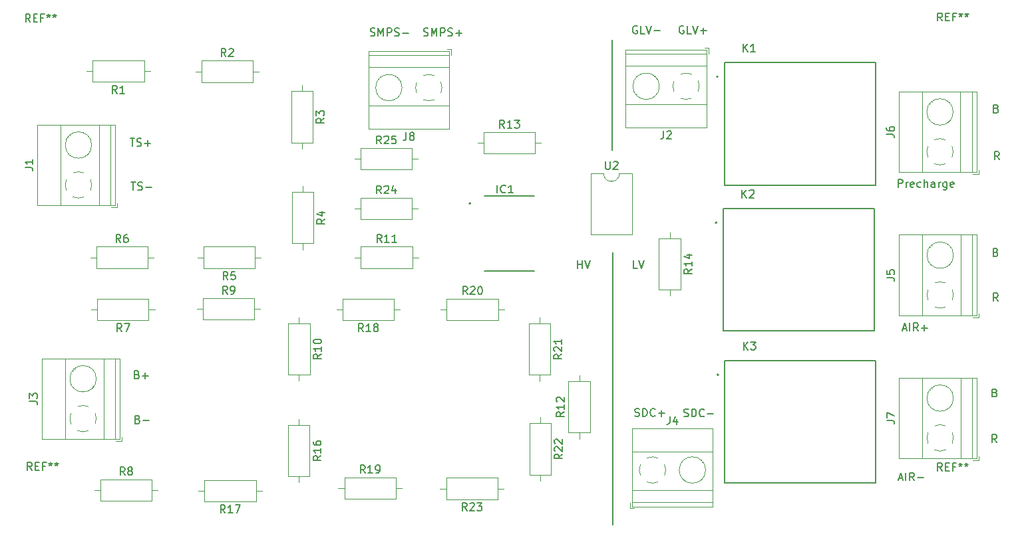
<source format=gbr>
%TF.GenerationSoftware,KiCad,Pcbnew,7.0.5*%
%TF.CreationDate,2023-11-27T09:45:35+05:30*%
%TF.ProjectId,Precharge circuit,50726563-6861-4726-9765-206369726375,rev?*%
%TF.SameCoordinates,Original*%
%TF.FileFunction,Legend,Top*%
%TF.FilePolarity,Positive*%
%FSLAX46Y46*%
G04 Gerber Fmt 4.6, Leading zero omitted, Abs format (unit mm)*
G04 Created by KiCad (PCBNEW 7.0.5) date 2023-11-27 09:45:35*
%MOMM*%
%LPD*%
G01*
G04 APERTURE LIST*
%ADD10C,0.150000*%
%ADD11C,0.120000*%
%ADD12C,0.127000*%
%ADD13C,0.200000*%
G04 APERTURE END LIST*
D10*
X153959112Y-77603409D02*
X154101969Y-77651028D01*
X154101969Y-77651028D02*
X154149588Y-77698647D01*
X154149588Y-77698647D02*
X154197207Y-77793885D01*
X154197207Y-77793885D02*
X154197207Y-77936742D01*
X154197207Y-77936742D02*
X154149588Y-78031980D01*
X154149588Y-78031980D02*
X154101969Y-78079600D01*
X154101969Y-78079600D02*
X154006731Y-78127219D01*
X154006731Y-78127219D02*
X153625779Y-78127219D01*
X153625779Y-78127219D02*
X153625779Y-77127219D01*
X153625779Y-77127219D02*
X153959112Y-77127219D01*
X153959112Y-77127219D02*
X154054350Y-77174838D01*
X154054350Y-77174838D02*
X154101969Y-77222457D01*
X154101969Y-77222457D02*
X154149588Y-77317695D01*
X154149588Y-77317695D02*
X154149588Y-77412933D01*
X154149588Y-77412933D02*
X154101969Y-77508171D01*
X154101969Y-77508171D02*
X154054350Y-77555790D01*
X154054350Y-77555790D02*
X153959112Y-77603409D01*
X153959112Y-77603409D02*
X153625779Y-77603409D01*
X154071565Y-59673194D02*
X154214422Y-59720813D01*
X154214422Y-59720813D02*
X154262041Y-59768432D01*
X154262041Y-59768432D02*
X154309660Y-59863670D01*
X154309660Y-59863670D02*
X154309660Y-60006527D01*
X154309660Y-60006527D02*
X154262041Y-60101765D01*
X154262041Y-60101765D02*
X154214422Y-60149385D01*
X154214422Y-60149385D02*
X154119184Y-60197004D01*
X154119184Y-60197004D02*
X153738232Y-60197004D01*
X153738232Y-60197004D02*
X153738232Y-59197004D01*
X153738232Y-59197004D02*
X154071565Y-59197004D01*
X154071565Y-59197004D02*
X154166803Y-59244623D01*
X154166803Y-59244623D02*
X154214422Y-59292242D01*
X154214422Y-59292242D02*
X154262041Y-59387480D01*
X154262041Y-59387480D02*
X154262041Y-59482718D01*
X154262041Y-59482718D02*
X154214422Y-59577956D01*
X154214422Y-59577956D02*
X154166803Y-59625575D01*
X154166803Y-59625575D02*
X154071565Y-59673194D01*
X154071565Y-59673194D02*
X153738232Y-59673194D01*
X154136912Y-41383009D02*
X154279769Y-41430628D01*
X154279769Y-41430628D02*
X154327388Y-41478247D01*
X154327388Y-41478247D02*
X154375007Y-41573485D01*
X154375007Y-41573485D02*
X154375007Y-41716342D01*
X154375007Y-41716342D02*
X154327388Y-41811580D01*
X154327388Y-41811580D02*
X154279769Y-41859200D01*
X154279769Y-41859200D02*
X154184531Y-41906819D01*
X154184531Y-41906819D02*
X153803579Y-41906819D01*
X153803579Y-41906819D02*
X153803579Y-40906819D01*
X153803579Y-40906819D02*
X154136912Y-40906819D01*
X154136912Y-40906819D02*
X154232150Y-40954438D01*
X154232150Y-40954438D02*
X154279769Y-41002057D01*
X154279769Y-41002057D02*
X154327388Y-41097295D01*
X154327388Y-41097295D02*
X154327388Y-41192533D01*
X154327388Y-41192533D02*
X154279769Y-41287771D01*
X154279769Y-41287771D02*
X154232150Y-41335390D01*
X154232150Y-41335390D02*
X154136912Y-41383009D01*
X154136912Y-41383009D02*
X153803579Y-41383009D01*
X154197207Y-83943819D02*
X153863874Y-83467628D01*
X153625779Y-83943819D02*
X153625779Y-82943819D01*
X153625779Y-82943819D02*
X154006731Y-82943819D01*
X154006731Y-82943819D02*
X154101969Y-82991438D01*
X154101969Y-82991438D02*
X154149588Y-83039057D01*
X154149588Y-83039057D02*
X154197207Y-83134295D01*
X154197207Y-83134295D02*
X154197207Y-83277152D01*
X154197207Y-83277152D02*
X154149588Y-83372390D01*
X154149588Y-83372390D02*
X154101969Y-83420009D01*
X154101969Y-83420009D02*
X154006731Y-83467628D01*
X154006731Y-83467628D02*
X153625779Y-83467628D01*
X154349607Y-65909819D02*
X154016274Y-65433628D01*
X153778179Y-65909819D02*
X153778179Y-64909819D01*
X153778179Y-64909819D02*
X154159131Y-64909819D01*
X154159131Y-64909819D02*
X154254369Y-64957438D01*
X154254369Y-64957438D02*
X154301988Y-65005057D01*
X154301988Y-65005057D02*
X154349607Y-65100295D01*
X154349607Y-65100295D02*
X154349607Y-65243152D01*
X154349607Y-65243152D02*
X154301988Y-65338390D01*
X154301988Y-65338390D02*
X154254369Y-65386009D01*
X154254369Y-65386009D02*
X154159131Y-65433628D01*
X154159131Y-65433628D02*
X153778179Y-65433628D01*
X154502007Y-47875819D02*
X154168674Y-47399628D01*
X153930579Y-47875819D02*
X153930579Y-46875819D01*
X153930579Y-46875819D02*
X154311531Y-46875819D01*
X154311531Y-46875819D02*
X154406769Y-46923438D01*
X154406769Y-46923438D02*
X154454388Y-46971057D01*
X154454388Y-46971057D02*
X154502007Y-47066295D01*
X154502007Y-47066295D02*
X154502007Y-47209152D01*
X154502007Y-47209152D02*
X154454388Y-47304390D01*
X154454388Y-47304390D02*
X154406769Y-47352009D01*
X154406769Y-47352009D02*
X154311531Y-47399628D01*
X154311531Y-47399628D02*
X153930579Y-47399628D01*
X141716360Y-88509504D02*
X142192550Y-88509504D01*
X141621122Y-88795219D02*
X141954455Y-87795219D01*
X141954455Y-87795219D02*
X142287788Y-88795219D01*
X142621122Y-88795219D02*
X142621122Y-87795219D01*
X143668740Y-88795219D02*
X143335407Y-88319028D01*
X143097312Y-88795219D02*
X143097312Y-87795219D01*
X143097312Y-87795219D02*
X143478264Y-87795219D01*
X143478264Y-87795219D02*
X143573502Y-87842838D01*
X143573502Y-87842838D02*
X143621121Y-87890457D01*
X143621121Y-87890457D02*
X143668740Y-87985695D01*
X143668740Y-87985695D02*
X143668740Y-88128552D01*
X143668740Y-88128552D02*
X143621121Y-88223790D01*
X143621121Y-88223790D02*
X143573502Y-88271409D01*
X143573502Y-88271409D02*
X143478264Y-88319028D01*
X143478264Y-88319028D02*
X143097312Y-88319028D01*
X144097312Y-88414266D02*
X144859217Y-88414266D01*
X142224360Y-69434104D02*
X142700550Y-69434104D01*
X142129122Y-69719819D02*
X142462455Y-68719819D01*
X142462455Y-68719819D02*
X142795788Y-69719819D01*
X143129122Y-69719819D02*
X143129122Y-68719819D01*
X144176740Y-69719819D02*
X143843407Y-69243628D01*
X143605312Y-69719819D02*
X143605312Y-68719819D01*
X143605312Y-68719819D02*
X143986264Y-68719819D01*
X143986264Y-68719819D02*
X144081502Y-68767438D01*
X144081502Y-68767438D02*
X144129121Y-68815057D01*
X144129121Y-68815057D02*
X144176740Y-68910295D01*
X144176740Y-68910295D02*
X144176740Y-69053152D01*
X144176740Y-69053152D02*
X144129121Y-69148390D01*
X144129121Y-69148390D02*
X144081502Y-69196009D01*
X144081502Y-69196009D02*
X143986264Y-69243628D01*
X143986264Y-69243628D02*
X143605312Y-69243628D01*
X144605312Y-69338866D02*
X145367217Y-69338866D01*
X144986264Y-69719819D02*
X144986264Y-68957914D01*
X141636979Y-51406419D02*
X141636979Y-50406419D01*
X141636979Y-50406419D02*
X142017931Y-50406419D01*
X142017931Y-50406419D02*
X142113169Y-50454038D01*
X142113169Y-50454038D02*
X142160788Y-50501657D01*
X142160788Y-50501657D02*
X142208407Y-50596895D01*
X142208407Y-50596895D02*
X142208407Y-50739752D01*
X142208407Y-50739752D02*
X142160788Y-50834990D01*
X142160788Y-50834990D02*
X142113169Y-50882609D01*
X142113169Y-50882609D02*
X142017931Y-50930228D01*
X142017931Y-50930228D02*
X141636979Y-50930228D01*
X142636979Y-51406419D02*
X142636979Y-50739752D01*
X142636979Y-50930228D02*
X142684598Y-50834990D01*
X142684598Y-50834990D02*
X142732217Y-50787371D01*
X142732217Y-50787371D02*
X142827455Y-50739752D01*
X142827455Y-50739752D02*
X142922693Y-50739752D01*
X143636979Y-51358800D02*
X143541741Y-51406419D01*
X143541741Y-51406419D02*
X143351265Y-51406419D01*
X143351265Y-51406419D02*
X143256027Y-51358800D01*
X143256027Y-51358800D02*
X143208408Y-51263561D01*
X143208408Y-51263561D02*
X143208408Y-50882609D01*
X143208408Y-50882609D02*
X143256027Y-50787371D01*
X143256027Y-50787371D02*
X143351265Y-50739752D01*
X143351265Y-50739752D02*
X143541741Y-50739752D01*
X143541741Y-50739752D02*
X143636979Y-50787371D01*
X143636979Y-50787371D02*
X143684598Y-50882609D01*
X143684598Y-50882609D02*
X143684598Y-50977847D01*
X143684598Y-50977847D02*
X143208408Y-51073085D01*
X144541741Y-51358800D02*
X144446503Y-51406419D01*
X144446503Y-51406419D02*
X144256027Y-51406419D01*
X144256027Y-51406419D02*
X144160789Y-51358800D01*
X144160789Y-51358800D02*
X144113170Y-51311180D01*
X144113170Y-51311180D02*
X144065551Y-51215942D01*
X144065551Y-51215942D02*
X144065551Y-50930228D01*
X144065551Y-50930228D02*
X144113170Y-50834990D01*
X144113170Y-50834990D02*
X144160789Y-50787371D01*
X144160789Y-50787371D02*
X144256027Y-50739752D01*
X144256027Y-50739752D02*
X144446503Y-50739752D01*
X144446503Y-50739752D02*
X144541741Y-50787371D01*
X144970313Y-51406419D02*
X144970313Y-50406419D01*
X145398884Y-51406419D02*
X145398884Y-50882609D01*
X145398884Y-50882609D02*
X145351265Y-50787371D01*
X145351265Y-50787371D02*
X145256027Y-50739752D01*
X145256027Y-50739752D02*
X145113170Y-50739752D01*
X145113170Y-50739752D02*
X145017932Y-50787371D01*
X145017932Y-50787371D02*
X144970313Y-50834990D01*
X146303646Y-51406419D02*
X146303646Y-50882609D01*
X146303646Y-50882609D02*
X146256027Y-50787371D01*
X146256027Y-50787371D02*
X146160789Y-50739752D01*
X146160789Y-50739752D02*
X145970313Y-50739752D01*
X145970313Y-50739752D02*
X145875075Y-50787371D01*
X146303646Y-51358800D02*
X146208408Y-51406419D01*
X146208408Y-51406419D02*
X145970313Y-51406419D01*
X145970313Y-51406419D02*
X145875075Y-51358800D01*
X145875075Y-51358800D02*
X145827456Y-51263561D01*
X145827456Y-51263561D02*
X145827456Y-51168323D01*
X145827456Y-51168323D02*
X145875075Y-51073085D01*
X145875075Y-51073085D02*
X145970313Y-51025466D01*
X145970313Y-51025466D02*
X146208408Y-51025466D01*
X146208408Y-51025466D02*
X146303646Y-50977847D01*
X146779837Y-51406419D02*
X146779837Y-50739752D01*
X146779837Y-50930228D02*
X146827456Y-50834990D01*
X146827456Y-50834990D02*
X146875075Y-50787371D01*
X146875075Y-50787371D02*
X146970313Y-50739752D01*
X146970313Y-50739752D02*
X147065551Y-50739752D01*
X147827456Y-50739752D02*
X147827456Y-51549276D01*
X147827456Y-51549276D02*
X147779837Y-51644514D01*
X147779837Y-51644514D02*
X147732218Y-51692133D01*
X147732218Y-51692133D02*
X147636980Y-51739752D01*
X147636980Y-51739752D02*
X147494123Y-51739752D01*
X147494123Y-51739752D02*
X147398885Y-51692133D01*
X147827456Y-51358800D02*
X147732218Y-51406419D01*
X147732218Y-51406419D02*
X147541742Y-51406419D01*
X147541742Y-51406419D02*
X147446504Y-51358800D01*
X147446504Y-51358800D02*
X147398885Y-51311180D01*
X147398885Y-51311180D02*
X147351266Y-51215942D01*
X147351266Y-51215942D02*
X147351266Y-50930228D01*
X147351266Y-50930228D02*
X147398885Y-50834990D01*
X147398885Y-50834990D02*
X147446504Y-50787371D01*
X147446504Y-50787371D02*
X147541742Y-50739752D01*
X147541742Y-50739752D02*
X147732218Y-50739752D01*
X147732218Y-50739752D02*
X147827456Y-50787371D01*
X148684599Y-51358800D02*
X148589361Y-51406419D01*
X148589361Y-51406419D02*
X148398885Y-51406419D01*
X148398885Y-51406419D02*
X148303647Y-51358800D01*
X148303647Y-51358800D02*
X148256028Y-51263561D01*
X148256028Y-51263561D02*
X148256028Y-50882609D01*
X148256028Y-50882609D02*
X148303647Y-50787371D01*
X148303647Y-50787371D02*
X148398885Y-50739752D01*
X148398885Y-50739752D02*
X148589361Y-50739752D01*
X148589361Y-50739752D02*
X148684599Y-50787371D01*
X148684599Y-50787371D02*
X148732218Y-50882609D01*
X148732218Y-50882609D02*
X148732218Y-50977847D01*
X148732218Y-50977847D02*
X148256028Y-51073085D01*
X114385960Y-80619600D02*
X114528817Y-80667219D01*
X114528817Y-80667219D02*
X114766912Y-80667219D01*
X114766912Y-80667219D02*
X114862150Y-80619600D01*
X114862150Y-80619600D02*
X114909769Y-80571980D01*
X114909769Y-80571980D02*
X114957388Y-80476742D01*
X114957388Y-80476742D02*
X114957388Y-80381504D01*
X114957388Y-80381504D02*
X114909769Y-80286266D01*
X114909769Y-80286266D02*
X114862150Y-80238647D01*
X114862150Y-80238647D02*
X114766912Y-80191028D01*
X114766912Y-80191028D02*
X114576436Y-80143409D01*
X114576436Y-80143409D02*
X114481198Y-80095790D01*
X114481198Y-80095790D02*
X114433579Y-80048171D01*
X114433579Y-80048171D02*
X114385960Y-79952933D01*
X114385960Y-79952933D02*
X114385960Y-79857695D01*
X114385960Y-79857695D02*
X114433579Y-79762457D01*
X114433579Y-79762457D02*
X114481198Y-79714838D01*
X114481198Y-79714838D02*
X114576436Y-79667219D01*
X114576436Y-79667219D02*
X114814531Y-79667219D01*
X114814531Y-79667219D02*
X114957388Y-79714838D01*
X115385960Y-80667219D02*
X115385960Y-79667219D01*
X115385960Y-79667219D02*
X115624055Y-79667219D01*
X115624055Y-79667219D02*
X115766912Y-79714838D01*
X115766912Y-79714838D02*
X115862150Y-79810076D01*
X115862150Y-79810076D02*
X115909769Y-79905314D01*
X115909769Y-79905314D02*
X115957388Y-80095790D01*
X115957388Y-80095790D02*
X115957388Y-80238647D01*
X115957388Y-80238647D02*
X115909769Y-80429123D01*
X115909769Y-80429123D02*
X115862150Y-80524361D01*
X115862150Y-80524361D02*
X115766912Y-80619600D01*
X115766912Y-80619600D02*
X115624055Y-80667219D01*
X115624055Y-80667219D02*
X115385960Y-80667219D01*
X116957388Y-80571980D02*
X116909769Y-80619600D01*
X116909769Y-80619600D02*
X116766912Y-80667219D01*
X116766912Y-80667219D02*
X116671674Y-80667219D01*
X116671674Y-80667219D02*
X116528817Y-80619600D01*
X116528817Y-80619600D02*
X116433579Y-80524361D01*
X116433579Y-80524361D02*
X116385960Y-80429123D01*
X116385960Y-80429123D02*
X116338341Y-80238647D01*
X116338341Y-80238647D02*
X116338341Y-80095790D01*
X116338341Y-80095790D02*
X116385960Y-79905314D01*
X116385960Y-79905314D02*
X116433579Y-79810076D01*
X116433579Y-79810076D02*
X116528817Y-79714838D01*
X116528817Y-79714838D02*
X116671674Y-79667219D01*
X116671674Y-79667219D02*
X116766912Y-79667219D01*
X116766912Y-79667219D02*
X116909769Y-79714838D01*
X116909769Y-79714838D02*
X116957388Y-79762457D01*
X117385960Y-80286266D02*
X118147865Y-80286266D01*
X108137560Y-80568800D02*
X108280417Y-80616419D01*
X108280417Y-80616419D02*
X108518512Y-80616419D01*
X108518512Y-80616419D02*
X108613750Y-80568800D01*
X108613750Y-80568800D02*
X108661369Y-80521180D01*
X108661369Y-80521180D02*
X108708988Y-80425942D01*
X108708988Y-80425942D02*
X108708988Y-80330704D01*
X108708988Y-80330704D02*
X108661369Y-80235466D01*
X108661369Y-80235466D02*
X108613750Y-80187847D01*
X108613750Y-80187847D02*
X108518512Y-80140228D01*
X108518512Y-80140228D02*
X108328036Y-80092609D01*
X108328036Y-80092609D02*
X108232798Y-80044990D01*
X108232798Y-80044990D02*
X108185179Y-79997371D01*
X108185179Y-79997371D02*
X108137560Y-79902133D01*
X108137560Y-79902133D02*
X108137560Y-79806895D01*
X108137560Y-79806895D02*
X108185179Y-79711657D01*
X108185179Y-79711657D02*
X108232798Y-79664038D01*
X108232798Y-79664038D02*
X108328036Y-79616419D01*
X108328036Y-79616419D02*
X108566131Y-79616419D01*
X108566131Y-79616419D02*
X108708988Y-79664038D01*
X109137560Y-80616419D02*
X109137560Y-79616419D01*
X109137560Y-79616419D02*
X109375655Y-79616419D01*
X109375655Y-79616419D02*
X109518512Y-79664038D01*
X109518512Y-79664038D02*
X109613750Y-79759276D01*
X109613750Y-79759276D02*
X109661369Y-79854514D01*
X109661369Y-79854514D02*
X109708988Y-80044990D01*
X109708988Y-80044990D02*
X109708988Y-80187847D01*
X109708988Y-80187847D02*
X109661369Y-80378323D01*
X109661369Y-80378323D02*
X109613750Y-80473561D01*
X109613750Y-80473561D02*
X109518512Y-80568800D01*
X109518512Y-80568800D02*
X109375655Y-80616419D01*
X109375655Y-80616419D02*
X109137560Y-80616419D01*
X110708988Y-80521180D02*
X110661369Y-80568800D01*
X110661369Y-80568800D02*
X110518512Y-80616419D01*
X110518512Y-80616419D02*
X110423274Y-80616419D01*
X110423274Y-80616419D02*
X110280417Y-80568800D01*
X110280417Y-80568800D02*
X110185179Y-80473561D01*
X110185179Y-80473561D02*
X110137560Y-80378323D01*
X110137560Y-80378323D02*
X110089941Y-80187847D01*
X110089941Y-80187847D02*
X110089941Y-80044990D01*
X110089941Y-80044990D02*
X110137560Y-79854514D01*
X110137560Y-79854514D02*
X110185179Y-79759276D01*
X110185179Y-79759276D02*
X110280417Y-79664038D01*
X110280417Y-79664038D02*
X110423274Y-79616419D01*
X110423274Y-79616419D02*
X110518512Y-79616419D01*
X110518512Y-79616419D02*
X110661369Y-79664038D01*
X110661369Y-79664038D02*
X110708988Y-79711657D01*
X111137560Y-80235466D02*
X111899465Y-80235466D01*
X111518512Y-80616419D02*
X111518512Y-79854514D01*
X44891512Y-81007009D02*
X45034369Y-81054628D01*
X45034369Y-81054628D02*
X45081988Y-81102247D01*
X45081988Y-81102247D02*
X45129607Y-81197485D01*
X45129607Y-81197485D02*
X45129607Y-81340342D01*
X45129607Y-81340342D02*
X45081988Y-81435580D01*
X45081988Y-81435580D02*
X45034369Y-81483200D01*
X45034369Y-81483200D02*
X44939131Y-81530819D01*
X44939131Y-81530819D02*
X44558179Y-81530819D01*
X44558179Y-81530819D02*
X44558179Y-80530819D01*
X44558179Y-80530819D02*
X44891512Y-80530819D01*
X44891512Y-80530819D02*
X44986750Y-80578438D01*
X44986750Y-80578438D02*
X45034369Y-80626057D01*
X45034369Y-80626057D02*
X45081988Y-80721295D01*
X45081988Y-80721295D02*
X45081988Y-80816533D01*
X45081988Y-80816533D02*
X45034369Y-80911771D01*
X45034369Y-80911771D02*
X44986750Y-80959390D01*
X44986750Y-80959390D02*
X44891512Y-81007009D01*
X44891512Y-81007009D02*
X44558179Y-81007009D01*
X45558179Y-81149866D02*
X46320084Y-81149866D01*
X44789912Y-75292009D02*
X44932769Y-75339628D01*
X44932769Y-75339628D02*
X44980388Y-75387247D01*
X44980388Y-75387247D02*
X45028007Y-75482485D01*
X45028007Y-75482485D02*
X45028007Y-75625342D01*
X45028007Y-75625342D02*
X44980388Y-75720580D01*
X44980388Y-75720580D02*
X44932769Y-75768200D01*
X44932769Y-75768200D02*
X44837531Y-75815819D01*
X44837531Y-75815819D02*
X44456579Y-75815819D01*
X44456579Y-75815819D02*
X44456579Y-74815819D01*
X44456579Y-74815819D02*
X44789912Y-74815819D01*
X44789912Y-74815819D02*
X44885150Y-74863438D01*
X44885150Y-74863438D02*
X44932769Y-74911057D01*
X44932769Y-74911057D02*
X44980388Y-75006295D01*
X44980388Y-75006295D02*
X44980388Y-75101533D01*
X44980388Y-75101533D02*
X44932769Y-75196771D01*
X44932769Y-75196771D02*
X44885150Y-75244390D01*
X44885150Y-75244390D02*
X44789912Y-75292009D01*
X44789912Y-75292009D02*
X44456579Y-75292009D01*
X45456579Y-75434866D02*
X46218484Y-75434866D01*
X45837531Y-75815819D02*
X45837531Y-75053914D01*
X108429588Y-30870638D02*
X108334350Y-30823019D01*
X108334350Y-30823019D02*
X108191493Y-30823019D01*
X108191493Y-30823019D02*
X108048636Y-30870638D01*
X108048636Y-30870638D02*
X107953398Y-30965876D01*
X107953398Y-30965876D02*
X107905779Y-31061114D01*
X107905779Y-31061114D02*
X107858160Y-31251590D01*
X107858160Y-31251590D02*
X107858160Y-31394447D01*
X107858160Y-31394447D02*
X107905779Y-31584923D01*
X107905779Y-31584923D02*
X107953398Y-31680161D01*
X107953398Y-31680161D02*
X108048636Y-31775400D01*
X108048636Y-31775400D02*
X108191493Y-31823019D01*
X108191493Y-31823019D02*
X108286731Y-31823019D01*
X108286731Y-31823019D02*
X108429588Y-31775400D01*
X108429588Y-31775400D02*
X108477207Y-31727780D01*
X108477207Y-31727780D02*
X108477207Y-31394447D01*
X108477207Y-31394447D02*
X108286731Y-31394447D01*
X109381969Y-31823019D02*
X108905779Y-31823019D01*
X108905779Y-31823019D02*
X108905779Y-30823019D01*
X109572446Y-30823019D02*
X109905779Y-31823019D01*
X109905779Y-31823019D02*
X110239112Y-30823019D01*
X110572446Y-31442066D02*
X111334351Y-31442066D01*
X114347788Y-30870638D02*
X114252550Y-30823019D01*
X114252550Y-30823019D02*
X114109693Y-30823019D01*
X114109693Y-30823019D02*
X113966836Y-30870638D01*
X113966836Y-30870638D02*
X113871598Y-30965876D01*
X113871598Y-30965876D02*
X113823979Y-31061114D01*
X113823979Y-31061114D02*
X113776360Y-31251590D01*
X113776360Y-31251590D02*
X113776360Y-31394447D01*
X113776360Y-31394447D02*
X113823979Y-31584923D01*
X113823979Y-31584923D02*
X113871598Y-31680161D01*
X113871598Y-31680161D02*
X113966836Y-31775400D01*
X113966836Y-31775400D02*
X114109693Y-31823019D01*
X114109693Y-31823019D02*
X114204931Y-31823019D01*
X114204931Y-31823019D02*
X114347788Y-31775400D01*
X114347788Y-31775400D02*
X114395407Y-31727780D01*
X114395407Y-31727780D02*
X114395407Y-31394447D01*
X114395407Y-31394447D02*
X114204931Y-31394447D01*
X115300169Y-31823019D02*
X114823979Y-31823019D01*
X114823979Y-31823019D02*
X114823979Y-30823019D01*
X115490646Y-30823019D02*
X115823979Y-31823019D01*
X115823979Y-31823019D02*
X116157312Y-30823019D01*
X116490646Y-31442066D02*
X117252551Y-31442066D01*
X116871598Y-31823019D02*
X116871598Y-31061114D01*
X74482560Y-32080200D02*
X74625417Y-32127819D01*
X74625417Y-32127819D02*
X74863512Y-32127819D01*
X74863512Y-32127819D02*
X74958750Y-32080200D01*
X74958750Y-32080200D02*
X75006369Y-32032580D01*
X75006369Y-32032580D02*
X75053988Y-31937342D01*
X75053988Y-31937342D02*
X75053988Y-31842104D01*
X75053988Y-31842104D02*
X75006369Y-31746866D01*
X75006369Y-31746866D02*
X74958750Y-31699247D01*
X74958750Y-31699247D02*
X74863512Y-31651628D01*
X74863512Y-31651628D02*
X74673036Y-31604009D01*
X74673036Y-31604009D02*
X74577798Y-31556390D01*
X74577798Y-31556390D02*
X74530179Y-31508771D01*
X74530179Y-31508771D02*
X74482560Y-31413533D01*
X74482560Y-31413533D02*
X74482560Y-31318295D01*
X74482560Y-31318295D02*
X74530179Y-31223057D01*
X74530179Y-31223057D02*
X74577798Y-31175438D01*
X74577798Y-31175438D02*
X74673036Y-31127819D01*
X74673036Y-31127819D02*
X74911131Y-31127819D01*
X74911131Y-31127819D02*
X75053988Y-31175438D01*
X75482560Y-32127819D02*
X75482560Y-31127819D01*
X75482560Y-31127819D02*
X75815893Y-31842104D01*
X75815893Y-31842104D02*
X76149226Y-31127819D01*
X76149226Y-31127819D02*
X76149226Y-32127819D01*
X76625417Y-32127819D02*
X76625417Y-31127819D01*
X76625417Y-31127819D02*
X77006369Y-31127819D01*
X77006369Y-31127819D02*
X77101607Y-31175438D01*
X77101607Y-31175438D02*
X77149226Y-31223057D01*
X77149226Y-31223057D02*
X77196845Y-31318295D01*
X77196845Y-31318295D02*
X77196845Y-31461152D01*
X77196845Y-31461152D02*
X77149226Y-31556390D01*
X77149226Y-31556390D02*
X77101607Y-31604009D01*
X77101607Y-31604009D02*
X77006369Y-31651628D01*
X77006369Y-31651628D02*
X76625417Y-31651628D01*
X77577798Y-32080200D02*
X77720655Y-32127819D01*
X77720655Y-32127819D02*
X77958750Y-32127819D01*
X77958750Y-32127819D02*
X78053988Y-32080200D01*
X78053988Y-32080200D02*
X78101607Y-32032580D01*
X78101607Y-32032580D02*
X78149226Y-31937342D01*
X78149226Y-31937342D02*
X78149226Y-31842104D01*
X78149226Y-31842104D02*
X78101607Y-31746866D01*
X78101607Y-31746866D02*
X78053988Y-31699247D01*
X78053988Y-31699247D02*
X77958750Y-31651628D01*
X77958750Y-31651628D02*
X77768274Y-31604009D01*
X77768274Y-31604009D02*
X77673036Y-31556390D01*
X77673036Y-31556390D02*
X77625417Y-31508771D01*
X77625417Y-31508771D02*
X77577798Y-31413533D01*
X77577798Y-31413533D02*
X77577798Y-31318295D01*
X77577798Y-31318295D02*
X77625417Y-31223057D01*
X77625417Y-31223057D02*
X77673036Y-31175438D01*
X77673036Y-31175438D02*
X77768274Y-31127819D01*
X77768274Y-31127819D02*
X78006369Y-31127819D01*
X78006369Y-31127819D02*
X78149226Y-31175438D01*
X78577798Y-31746866D02*
X79339703Y-31746866D01*
X81264360Y-32080200D02*
X81407217Y-32127819D01*
X81407217Y-32127819D02*
X81645312Y-32127819D01*
X81645312Y-32127819D02*
X81740550Y-32080200D01*
X81740550Y-32080200D02*
X81788169Y-32032580D01*
X81788169Y-32032580D02*
X81835788Y-31937342D01*
X81835788Y-31937342D02*
X81835788Y-31842104D01*
X81835788Y-31842104D02*
X81788169Y-31746866D01*
X81788169Y-31746866D02*
X81740550Y-31699247D01*
X81740550Y-31699247D02*
X81645312Y-31651628D01*
X81645312Y-31651628D02*
X81454836Y-31604009D01*
X81454836Y-31604009D02*
X81359598Y-31556390D01*
X81359598Y-31556390D02*
X81311979Y-31508771D01*
X81311979Y-31508771D02*
X81264360Y-31413533D01*
X81264360Y-31413533D02*
X81264360Y-31318295D01*
X81264360Y-31318295D02*
X81311979Y-31223057D01*
X81311979Y-31223057D02*
X81359598Y-31175438D01*
X81359598Y-31175438D02*
X81454836Y-31127819D01*
X81454836Y-31127819D02*
X81692931Y-31127819D01*
X81692931Y-31127819D02*
X81835788Y-31175438D01*
X82264360Y-32127819D02*
X82264360Y-31127819D01*
X82264360Y-31127819D02*
X82597693Y-31842104D01*
X82597693Y-31842104D02*
X82931026Y-31127819D01*
X82931026Y-31127819D02*
X82931026Y-32127819D01*
X83407217Y-32127819D02*
X83407217Y-31127819D01*
X83407217Y-31127819D02*
X83788169Y-31127819D01*
X83788169Y-31127819D02*
X83883407Y-31175438D01*
X83883407Y-31175438D02*
X83931026Y-31223057D01*
X83931026Y-31223057D02*
X83978645Y-31318295D01*
X83978645Y-31318295D02*
X83978645Y-31461152D01*
X83978645Y-31461152D02*
X83931026Y-31556390D01*
X83931026Y-31556390D02*
X83883407Y-31604009D01*
X83883407Y-31604009D02*
X83788169Y-31651628D01*
X83788169Y-31651628D02*
X83407217Y-31651628D01*
X84359598Y-32080200D02*
X84502455Y-32127819D01*
X84502455Y-32127819D02*
X84740550Y-32127819D01*
X84740550Y-32127819D02*
X84835788Y-32080200D01*
X84835788Y-32080200D02*
X84883407Y-32032580D01*
X84883407Y-32032580D02*
X84931026Y-31937342D01*
X84931026Y-31937342D02*
X84931026Y-31842104D01*
X84931026Y-31842104D02*
X84883407Y-31746866D01*
X84883407Y-31746866D02*
X84835788Y-31699247D01*
X84835788Y-31699247D02*
X84740550Y-31651628D01*
X84740550Y-31651628D02*
X84550074Y-31604009D01*
X84550074Y-31604009D02*
X84454836Y-31556390D01*
X84454836Y-31556390D02*
X84407217Y-31508771D01*
X84407217Y-31508771D02*
X84359598Y-31413533D01*
X84359598Y-31413533D02*
X84359598Y-31318295D01*
X84359598Y-31318295D02*
X84407217Y-31223057D01*
X84407217Y-31223057D02*
X84454836Y-31175438D01*
X84454836Y-31175438D02*
X84550074Y-31127819D01*
X84550074Y-31127819D02*
X84788169Y-31127819D01*
X84788169Y-31127819D02*
X84931026Y-31175438D01*
X85359598Y-31746866D02*
X86121503Y-31746866D01*
X85740550Y-32127819D02*
X85740550Y-31365914D01*
X44034322Y-50762019D02*
X44605750Y-50762019D01*
X44320036Y-51762019D02*
X44320036Y-50762019D01*
X44891465Y-51714400D02*
X45034322Y-51762019D01*
X45034322Y-51762019D02*
X45272417Y-51762019D01*
X45272417Y-51762019D02*
X45367655Y-51714400D01*
X45367655Y-51714400D02*
X45415274Y-51666780D01*
X45415274Y-51666780D02*
X45462893Y-51571542D01*
X45462893Y-51571542D02*
X45462893Y-51476304D01*
X45462893Y-51476304D02*
X45415274Y-51381066D01*
X45415274Y-51381066D02*
X45367655Y-51333447D01*
X45367655Y-51333447D02*
X45272417Y-51285828D01*
X45272417Y-51285828D02*
X45081941Y-51238209D01*
X45081941Y-51238209D02*
X44986703Y-51190590D01*
X44986703Y-51190590D02*
X44939084Y-51142971D01*
X44939084Y-51142971D02*
X44891465Y-51047733D01*
X44891465Y-51047733D02*
X44891465Y-50952495D01*
X44891465Y-50952495D02*
X44939084Y-50857257D01*
X44939084Y-50857257D02*
X44986703Y-50809638D01*
X44986703Y-50809638D02*
X45081941Y-50762019D01*
X45081941Y-50762019D02*
X45320036Y-50762019D01*
X45320036Y-50762019D02*
X45462893Y-50809638D01*
X45891465Y-51381066D02*
X46653370Y-51381066D01*
X43907322Y-45174019D02*
X44478750Y-45174019D01*
X44193036Y-46174019D02*
X44193036Y-45174019D01*
X44764465Y-46126400D02*
X44907322Y-46174019D01*
X44907322Y-46174019D02*
X45145417Y-46174019D01*
X45145417Y-46174019D02*
X45240655Y-46126400D01*
X45240655Y-46126400D02*
X45288274Y-46078780D01*
X45288274Y-46078780D02*
X45335893Y-45983542D01*
X45335893Y-45983542D02*
X45335893Y-45888304D01*
X45335893Y-45888304D02*
X45288274Y-45793066D01*
X45288274Y-45793066D02*
X45240655Y-45745447D01*
X45240655Y-45745447D02*
X45145417Y-45697828D01*
X45145417Y-45697828D02*
X44954941Y-45650209D01*
X44954941Y-45650209D02*
X44859703Y-45602590D01*
X44859703Y-45602590D02*
X44812084Y-45554971D01*
X44812084Y-45554971D02*
X44764465Y-45459733D01*
X44764465Y-45459733D02*
X44764465Y-45364495D01*
X44764465Y-45364495D02*
X44812084Y-45269257D01*
X44812084Y-45269257D02*
X44859703Y-45221638D01*
X44859703Y-45221638D02*
X44954941Y-45174019D01*
X44954941Y-45174019D02*
X45193036Y-45174019D01*
X45193036Y-45174019D02*
X45335893Y-45221638D01*
X45764465Y-45793066D02*
X46526370Y-45793066D01*
X46145417Y-46174019D02*
X46145417Y-45412114D01*
X108458169Y-61744219D02*
X107981979Y-61744219D01*
X107981979Y-61744219D02*
X107981979Y-60744219D01*
X108648646Y-60744219D02*
X108981979Y-61744219D01*
X108981979Y-61744219D02*
X109315312Y-60744219D01*
X100844579Y-61744219D02*
X100844579Y-60744219D01*
X100844579Y-61220409D02*
X101416007Y-61220409D01*
X101416007Y-61744219D02*
X101416007Y-60744219D01*
X101749341Y-60744219D02*
X102082674Y-61744219D01*
X102082674Y-61744219D02*
X102416007Y-60744219D01*
X105333800Y-59715400D02*
X105333800Y-94411800D01*
X105206800Y-46685200D02*
X105206800Y-32613600D01*
%TO.C,REF\u002A\u002A*%
X31204066Y-30346419D02*
X30870733Y-29870228D01*
X30632638Y-30346419D02*
X30632638Y-29346419D01*
X30632638Y-29346419D02*
X31013590Y-29346419D01*
X31013590Y-29346419D02*
X31108828Y-29394038D01*
X31108828Y-29394038D02*
X31156447Y-29441657D01*
X31156447Y-29441657D02*
X31204066Y-29536895D01*
X31204066Y-29536895D02*
X31204066Y-29679752D01*
X31204066Y-29679752D02*
X31156447Y-29774990D01*
X31156447Y-29774990D02*
X31108828Y-29822609D01*
X31108828Y-29822609D02*
X31013590Y-29870228D01*
X31013590Y-29870228D02*
X30632638Y-29870228D01*
X31632638Y-29822609D02*
X31965971Y-29822609D01*
X32108828Y-30346419D02*
X31632638Y-30346419D01*
X31632638Y-30346419D02*
X31632638Y-29346419D01*
X31632638Y-29346419D02*
X32108828Y-29346419D01*
X32870733Y-29822609D02*
X32537400Y-29822609D01*
X32537400Y-30346419D02*
X32537400Y-29346419D01*
X32537400Y-29346419D02*
X33013590Y-29346419D01*
X33537400Y-29346419D02*
X33537400Y-29584514D01*
X33299305Y-29489276D02*
X33537400Y-29584514D01*
X33537400Y-29584514D02*
X33775495Y-29489276D01*
X33394543Y-29774990D02*
X33537400Y-29584514D01*
X33537400Y-29584514D02*
X33680257Y-29774990D01*
X34299305Y-29346419D02*
X34299305Y-29584514D01*
X34061210Y-29489276D02*
X34299305Y-29584514D01*
X34299305Y-29584514D02*
X34537400Y-29489276D01*
X34156448Y-29774990D02*
X34299305Y-29584514D01*
X34299305Y-29584514D02*
X34442162Y-29774990D01*
X31432666Y-87471019D02*
X31099333Y-86994828D01*
X30861238Y-87471019D02*
X30861238Y-86471019D01*
X30861238Y-86471019D02*
X31242190Y-86471019D01*
X31242190Y-86471019D02*
X31337428Y-86518638D01*
X31337428Y-86518638D02*
X31385047Y-86566257D01*
X31385047Y-86566257D02*
X31432666Y-86661495D01*
X31432666Y-86661495D02*
X31432666Y-86804352D01*
X31432666Y-86804352D02*
X31385047Y-86899590D01*
X31385047Y-86899590D02*
X31337428Y-86947209D01*
X31337428Y-86947209D02*
X31242190Y-86994828D01*
X31242190Y-86994828D02*
X30861238Y-86994828D01*
X31861238Y-86947209D02*
X32194571Y-86947209D01*
X32337428Y-87471019D02*
X31861238Y-87471019D01*
X31861238Y-87471019D02*
X31861238Y-86471019D01*
X31861238Y-86471019D02*
X32337428Y-86471019D01*
X33099333Y-86947209D02*
X32766000Y-86947209D01*
X32766000Y-87471019D02*
X32766000Y-86471019D01*
X32766000Y-86471019D02*
X33242190Y-86471019D01*
X33766000Y-86471019D02*
X33766000Y-86709114D01*
X33527905Y-86613876D02*
X33766000Y-86709114D01*
X33766000Y-86709114D02*
X34004095Y-86613876D01*
X33623143Y-86899590D02*
X33766000Y-86709114D01*
X33766000Y-86709114D02*
X33908857Y-86899590D01*
X34527905Y-86471019D02*
X34527905Y-86709114D01*
X34289810Y-86613876D02*
X34527905Y-86709114D01*
X34527905Y-86709114D02*
X34766000Y-86613876D01*
X34385048Y-86899590D02*
X34527905Y-86709114D01*
X34527905Y-86709114D02*
X34670762Y-86899590D01*
X147231266Y-87572619D02*
X146897933Y-87096428D01*
X146659838Y-87572619D02*
X146659838Y-86572619D01*
X146659838Y-86572619D02*
X147040790Y-86572619D01*
X147040790Y-86572619D02*
X147136028Y-86620238D01*
X147136028Y-86620238D02*
X147183647Y-86667857D01*
X147183647Y-86667857D02*
X147231266Y-86763095D01*
X147231266Y-86763095D02*
X147231266Y-86905952D01*
X147231266Y-86905952D02*
X147183647Y-87001190D01*
X147183647Y-87001190D02*
X147136028Y-87048809D01*
X147136028Y-87048809D02*
X147040790Y-87096428D01*
X147040790Y-87096428D02*
X146659838Y-87096428D01*
X147659838Y-87048809D02*
X147993171Y-87048809D01*
X148136028Y-87572619D02*
X147659838Y-87572619D01*
X147659838Y-87572619D02*
X147659838Y-86572619D01*
X147659838Y-86572619D02*
X148136028Y-86572619D01*
X148897933Y-87048809D02*
X148564600Y-87048809D01*
X148564600Y-87572619D02*
X148564600Y-86572619D01*
X148564600Y-86572619D02*
X149040790Y-86572619D01*
X149564600Y-86572619D02*
X149564600Y-86810714D01*
X149326505Y-86715476D02*
X149564600Y-86810714D01*
X149564600Y-86810714D02*
X149802695Y-86715476D01*
X149421743Y-87001190D02*
X149564600Y-86810714D01*
X149564600Y-86810714D02*
X149707457Y-87001190D01*
X150326505Y-86572619D02*
X150326505Y-86810714D01*
X150088410Y-86715476D02*
X150326505Y-86810714D01*
X150326505Y-86810714D02*
X150564600Y-86715476D01*
X150183648Y-87001190D02*
X150326505Y-86810714D01*
X150326505Y-86810714D02*
X150469362Y-87001190D01*
X147256666Y-30194019D02*
X146923333Y-29717828D01*
X146685238Y-30194019D02*
X146685238Y-29194019D01*
X146685238Y-29194019D02*
X147066190Y-29194019D01*
X147066190Y-29194019D02*
X147161428Y-29241638D01*
X147161428Y-29241638D02*
X147209047Y-29289257D01*
X147209047Y-29289257D02*
X147256666Y-29384495D01*
X147256666Y-29384495D02*
X147256666Y-29527352D01*
X147256666Y-29527352D02*
X147209047Y-29622590D01*
X147209047Y-29622590D02*
X147161428Y-29670209D01*
X147161428Y-29670209D02*
X147066190Y-29717828D01*
X147066190Y-29717828D02*
X146685238Y-29717828D01*
X147685238Y-29670209D02*
X148018571Y-29670209D01*
X148161428Y-30194019D02*
X147685238Y-30194019D01*
X147685238Y-30194019D02*
X147685238Y-29194019D01*
X147685238Y-29194019D02*
X148161428Y-29194019D01*
X148923333Y-29670209D02*
X148590000Y-29670209D01*
X148590000Y-30194019D02*
X148590000Y-29194019D01*
X148590000Y-29194019D02*
X149066190Y-29194019D01*
X149590000Y-29194019D02*
X149590000Y-29432114D01*
X149351905Y-29336876D02*
X149590000Y-29432114D01*
X149590000Y-29432114D02*
X149828095Y-29336876D01*
X149447143Y-29622590D02*
X149590000Y-29432114D01*
X149590000Y-29432114D02*
X149732857Y-29622590D01*
X150351905Y-29194019D02*
X150351905Y-29432114D01*
X150113810Y-29336876D02*
X150351905Y-29432114D01*
X150351905Y-29432114D02*
X150590000Y-29336876D01*
X150209048Y-29622590D02*
X150351905Y-29432114D01*
X150351905Y-29432114D02*
X150494762Y-29622590D01*
%TO.C,U2*%
X104404095Y-48117619D02*
X104404095Y-48927142D01*
X104404095Y-48927142D02*
X104451714Y-49022380D01*
X104451714Y-49022380D02*
X104499333Y-49070000D01*
X104499333Y-49070000D02*
X104594571Y-49117619D01*
X104594571Y-49117619D02*
X104785047Y-49117619D01*
X104785047Y-49117619D02*
X104880285Y-49070000D01*
X104880285Y-49070000D02*
X104927904Y-49022380D01*
X104927904Y-49022380D02*
X104975523Y-48927142D01*
X104975523Y-48927142D02*
X104975523Y-48117619D01*
X105404095Y-48212857D02*
X105451714Y-48165238D01*
X105451714Y-48165238D02*
X105546952Y-48117619D01*
X105546952Y-48117619D02*
X105785047Y-48117619D01*
X105785047Y-48117619D02*
X105880285Y-48165238D01*
X105880285Y-48165238D02*
X105927904Y-48212857D01*
X105927904Y-48212857D02*
X105975523Y-48308095D01*
X105975523Y-48308095D02*
X105975523Y-48403333D01*
X105975523Y-48403333D02*
X105927904Y-48546190D01*
X105927904Y-48546190D02*
X105356476Y-49117619D01*
X105356476Y-49117619D02*
X105975523Y-49117619D01*
%TO.C,R25*%
X75861942Y-45862219D02*
X75528609Y-45386028D01*
X75290514Y-45862219D02*
X75290514Y-44862219D01*
X75290514Y-44862219D02*
X75671466Y-44862219D01*
X75671466Y-44862219D02*
X75766704Y-44909838D01*
X75766704Y-44909838D02*
X75814323Y-44957457D01*
X75814323Y-44957457D02*
X75861942Y-45052695D01*
X75861942Y-45052695D02*
X75861942Y-45195552D01*
X75861942Y-45195552D02*
X75814323Y-45290790D01*
X75814323Y-45290790D02*
X75766704Y-45338409D01*
X75766704Y-45338409D02*
X75671466Y-45386028D01*
X75671466Y-45386028D02*
X75290514Y-45386028D01*
X76242895Y-44957457D02*
X76290514Y-44909838D01*
X76290514Y-44909838D02*
X76385752Y-44862219D01*
X76385752Y-44862219D02*
X76623847Y-44862219D01*
X76623847Y-44862219D02*
X76719085Y-44909838D01*
X76719085Y-44909838D02*
X76766704Y-44957457D01*
X76766704Y-44957457D02*
X76814323Y-45052695D01*
X76814323Y-45052695D02*
X76814323Y-45147933D01*
X76814323Y-45147933D02*
X76766704Y-45290790D01*
X76766704Y-45290790D02*
X76195276Y-45862219D01*
X76195276Y-45862219D02*
X76814323Y-45862219D01*
X77719085Y-44862219D02*
X77242895Y-44862219D01*
X77242895Y-44862219D02*
X77195276Y-45338409D01*
X77195276Y-45338409D02*
X77242895Y-45290790D01*
X77242895Y-45290790D02*
X77338133Y-45243171D01*
X77338133Y-45243171D02*
X77576228Y-45243171D01*
X77576228Y-45243171D02*
X77671466Y-45290790D01*
X77671466Y-45290790D02*
X77719085Y-45338409D01*
X77719085Y-45338409D02*
X77766704Y-45433647D01*
X77766704Y-45433647D02*
X77766704Y-45671742D01*
X77766704Y-45671742D02*
X77719085Y-45766980D01*
X77719085Y-45766980D02*
X77671466Y-45814600D01*
X77671466Y-45814600D02*
X77576228Y-45862219D01*
X77576228Y-45862219D02*
X77338133Y-45862219D01*
X77338133Y-45862219D02*
X77242895Y-45814600D01*
X77242895Y-45814600D02*
X77195276Y-45766980D01*
%TO.C,R24*%
X75861942Y-52212219D02*
X75528609Y-51736028D01*
X75290514Y-52212219D02*
X75290514Y-51212219D01*
X75290514Y-51212219D02*
X75671466Y-51212219D01*
X75671466Y-51212219D02*
X75766704Y-51259838D01*
X75766704Y-51259838D02*
X75814323Y-51307457D01*
X75814323Y-51307457D02*
X75861942Y-51402695D01*
X75861942Y-51402695D02*
X75861942Y-51545552D01*
X75861942Y-51545552D02*
X75814323Y-51640790D01*
X75814323Y-51640790D02*
X75766704Y-51688409D01*
X75766704Y-51688409D02*
X75671466Y-51736028D01*
X75671466Y-51736028D02*
X75290514Y-51736028D01*
X76242895Y-51307457D02*
X76290514Y-51259838D01*
X76290514Y-51259838D02*
X76385752Y-51212219D01*
X76385752Y-51212219D02*
X76623847Y-51212219D01*
X76623847Y-51212219D02*
X76719085Y-51259838D01*
X76719085Y-51259838D02*
X76766704Y-51307457D01*
X76766704Y-51307457D02*
X76814323Y-51402695D01*
X76814323Y-51402695D02*
X76814323Y-51497933D01*
X76814323Y-51497933D02*
X76766704Y-51640790D01*
X76766704Y-51640790D02*
X76195276Y-52212219D01*
X76195276Y-52212219D02*
X76814323Y-52212219D01*
X77671466Y-51545552D02*
X77671466Y-52212219D01*
X77433371Y-51164600D02*
X77195276Y-51878885D01*
X77195276Y-51878885D02*
X77814323Y-51878885D01*
%TO.C,R23*%
X86758542Y-92639219D02*
X86425209Y-92163028D01*
X86187114Y-92639219D02*
X86187114Y-91639219D01*
X86187114Y-91639219D02*
X86568066Y-91639219D01*
X86568066Y-91639219D02*
X86663304Y-91686838D01*
X86663304Y-91686838D02*
X86710923Y-91734457D01*
X86710923Y-91734457D02*
X86758542Y-91829695D01*
X86758542Y-91829695D02*
X86758542Y-91972552D01*
X86758542Y-91972552D02*
X86710923Y-92067790D01*
X86710923Y-92067790D02*
X86663304Y-92115409D01*
X86663304Y-92115409D02*
X86568066Y-92163028D01*
X86568066Y-92163028D02*
X86187114Y-92163028D01*
X87139495Y-91734457D02*
X87187114Y-91686838D01*
X87187114Y-91686838D02*
X87282352Y-91639219D01*
X87282352Y-91639219D02*
X87520447Y-91639219D01*
X87520447Y-91639219D02*
X87615685Y-91686838D01*
X87615685Y-91686838D02*
X87663304Y-91734457D01*
X87663304Y-91734457D02*
X87710923Y-91829695D01*
X87710923Y-91829695D02*
X87710923Y-91924933D01*
X87710923Y-91924933D02*
X87663304Y-92067790D01*
X87663304Y-92067790D02*
X87091876Y-92639219D01*
X87091876Y-92639219D02*
X87710923Y-92639219D01*
X88044257Y-91639219D02*
X88663304Y-91639219D01*
X88663304Y-91639219D02*
X88329971Y-92020171D01*
X88329971Y-92020171D02*
X88472828Y-92020171D01*
X88472828Y-92020171D02*
X88568066Y-92067790D01*
X88568066Y-92067790D02*
X88615685Y-92115409D01*
X88615685Y-92115409D02*
X88663304Y-92210647D01*
X88663304Y-92210647D02*
X88663304Y-92448742D01*
X88663304Y-92448742D02*
X88615685Y-92543980D01*
X88615685Y-92543980D02*
X88568066Y-92591600D01*
X88568066Y-92591600D02*
X88472828Y-92639219D01*
X88472828Y-92639219D02*
X88187114Y-92639219D01*
X88187114Y-92639219D02*
X88091876Y-92591600D01*
X88091876Y-92591600D02*
X88044257Y-92543980D01*
%TO.C,R22*%
X98913019Y-85428057D02*
X98436828Y-85761390D01*
X98913019Y-85999485D02*
X97913019Y-85999485D01*
X97913019Y-85999485D02*
X97913019Y-85618533D01*
X97913019Y-85618533D02*
X97960638Y-85523295D01*
X97960638Y-85523295D02*
X98008257Y-85475676D01*
X98008257Y-85475676D02*
X98103495Y-85428057D01*
X98103495Y-85428057D02*
X98246352Y-85428057D01*
X98246352Y-85428057D02*
X98341590Y-85475676D01*
X98341590Y-85475676D02*
X98389209Y-85523295D01*
X98389209Y-85523295D02*
X98436828Y-85618533D01*
X98436828Y-85618533D02*
X98436828Y-85999485D01*
X98008257Y-85047104D02*
X97960638Y-84999485D01*
X97960638Y-84999485D02*
X97913019Y-84904247D01*
X97913019Y-84904247D02*
X97913019Y-84666152D01*
X97913019Y-84666152D02*
X97960638Y-84570914D01*
X97960638Y-84570914D02*
X98008257Y-84523295D01*
X98008257Y-84523295D02*
X98103495Y-84475676D01*
X98103495Y-84475676D02*
X98198733Y-84475676D01*
X98198733Y-84475676D02*
X98341590Y-84523295D01*
X98341590Y-84523295D02*
X98913019Y-85094723D01*
X98913019Y-85094723D02*
X98913019Y-84475676D01*
X98008257Y-84094723D02*
X97960638Y-84047104D01*
X97960638Y-84047104D02*
X97913019Y-83951866D01*
X97913019Y-83951866D02*
X97913019Y-83713771D01*
X97913019Y-83713771D02*
X97960638Y-83618533D01*
X97960638Y-83618533D02*
X98008257Y-83570914D01*
X98008257Y-83570914D02*
X98103495Y-83523295D01*
X98103495Y-83523295D02*
X98198733Y-83523295D01*
X98198733Y-83523295D02*
X98341590Y-83570914D01*
X98341590Y-83570914D02*
X98913019Y-84142342D01*
X98913019Y-84142342D02*
X98913019Y-83523295D01*
%TO.C,R21*%
X98836819Y-72702657D02*
X98360628Y-73035990D01*
X98836819Y-73274085D02*
X97836819Y-73274085D01*
X97836819Y-73274085D02*
X97836819Y-72893133D01*
X97836819Y-72893133D02*
X97884438Y-72797895D01*
X97884438Y-72797895D02*
X97932057Y-72750276D01*
X97932057Y-72750276D02*
X98027295Y-72702657D01*
X98027295Y-72702657D02*
X98170152Y-72702657D01*
X98170152Y-72702657D02*
X98265390Y-72750276D01*
X98265390Y-72750276D02*
X98313009Y-72797895D01*
X98313009Y-72797895D02*
X98360628Y-72893133D01*
X98360628Y-72893133D02*
X98360628Y-73274085D01*
X97932057Y-72321704D02*
X97884438Y-72274085D01*
X97884438Y-72274085D02*
X97836819Y-72178847D01*
X97836819Y-72178847D02*
X97836819Y-71940752D01*
X97836819Y-71940752D02*
X97884438Y-71845514D01*
X97884438Y-71845514D02*
X97932057Y-71797895D01*
X97932057Y-71797895D02*
X98027295Y-71750276D01*
X98027295Y-71750276D02*
X98122533Y-71750276D01*
X98122533Y-71750276D02*
X98265390Y-71797895D01*
X98265390Y-71797895D02*
X98836819Y-72369323D01*
X98836819Y-72369323D02*
X98836819Y-71750276D01*
X98836819Y-70797895D02*
X98836819Y-71369323D01*
X98836819Y-71083609D02*
X97836819Y-71083609D01*
X97836819Y-71083609D02*
X97979676Y-71178847D01*
X97979676Y-71178847D02*
X98074914Y-71274085D01*
X98074914Y-71274085D02*
X98122533Y-71369323D01*
%TO.C,R20*%
X86834742Y-65064619D02*
X86501409Y-64588428D01*
X86263314Y-65064619D02*
X86263314Y-64064619D01*
X86263314Y-64064619D02*
X86644266Y-64064619D01*
X86644266Y-64064619D02*
X86739504Y-64112238D01*
X86739504Y-64112238D02*
X86787123Y-64159857D01*
X86787123Y-64159857D02*
X86834742Y-64255095D01*
X86834742Y-64255095D02*
X86834742Y-64397952D01*
X86834742Y-64397952D02*
X86787123Y-64493190D01*
X86787123Y-64493190D02*
X86739504Y-64540809D01*
X86739504Y-64540809D02*
X86644266Y-64588428D01*
X86644266Y-64588428D02*
X86263314Y-64588428D01*
X87215695Y-64159857D02*
X87263314Y-64112238D01*
X87263314Y-64112238D02*
X87358552Y-64064619D01*
X87358552Y-64064619D02*
X87596647Y-64064619D01*
X87596647Y-64064619D02*
X87691885Y-64112238D01*
X87691885Y-64112238D02*
X87739504Y-64159857D01*
X87739504Y-64159857D02*
X87787123Y-64255095D01*
X87787123Y-64255095D02*
X87787123Y-64350333D01*
X87787123Y-64350333D02*
X87739504Y-64493190D01*
X87739504Y-64493190D02*
X87168076Y-65064619D01*
X87168076Y-65064619D02*
X87787123Y-65064619D01*
X88406171Y-64064619D02*
X88501409Y-64064619D01*
X88501409Y-64064619D02*
X88596647Y-64112238D01*
X88596647Y-64112238D02*
X88644266Y-64159857D01*
X88644266Y-64159857D02*
X88691885Y-64255095D01*
X88691885Y-64255095D02*
X88739504Y-64445571D01*
X88739504Y-64445571D02*
X88739504Y-64683666D01*
X88739504Y-64683666D02*
X88691885Y-64874142D01*
X88691885Y-64874142D02*
X88644266Y-64969380D01*
X88644266Y-64969380D02*
X88596647Y-65017000D01*
X88596647Y-65017000D02*
X88501409Y-65064619D01*
X88501409Y-65064619D02*
X88406171Y-65064619D01*
X88406171Y-65064619D02*
X88310933Y-65017000D01*
X88310933Y-65017000D02*
X88263314Y-64969380D01*
X88263314Y-64969380D02*
X88215695Y-64874142D01*
X88215695Y-64874142D02*
X88168076Y-64683666D01*
X88168076Y-64683666D02*
X88168076Y-64445571D01*
X88168076Y-64445571D02*
X88215695Y-64255095D01*
X88215695Y-64255095D02*
X88263314Y-64159857D01*
X88263314Y-64159857D02*
X88310933Y-64112238D01*
X88310933Y-64112238D02*
X88406171Y-64064619D01*
%TO.C,R19*%
X73804542Y-87848419D02*
X73471209Y-87372228D01*
X73233114Y-87848419D02*
X73233114Y-86848419D01*
X73233114Y-86848419D02*
X73614066Y-86848419D01*
X73614066Y-86848419D02*
X73709304Y-86896038D01*
X73709304Y-86896038D02*
X73756923Y-86943657D01*
X73756923Y-86943657D02*
X73804542Y-87038895D01*
X73804542Y-87038895D02*
X73804542Y-87181752D01*
X73804542Y-87181752D02*
X73756923Y-87276990D01*
X73756923Y-87276990D02*
X73709304Y-87324609D01*
X73709304Y-87324609D02*
X73614066Y-87372228D01*
X73614066Y-87372228D02*
X73233114Y-87372228D01*
X74756923Y-87848419D02*
X74185495Y-87848419D01*
X74471209Y-87848419D02*
X74471209Y-86848419D01*
X74471209Y-86848419D02*
X74375971Y-86991276D01*
X74375971Y-86991276D02*
X74280733Y-87086514D01*
X74280733Y-87086514D02*
X74185495Y-87134133D01*
X75233114Y-87848419D02*
X75423590Y-87848419D01*
X75423590Y-87848419D02*
X75518828Y-87800800D01*
X75518828Y-87800800D02*
X75566447Y-87753180D01*
X75566447Y-87753180D02*
X75661685Y-87610323D01*
X75661685Y-87610323D02*
X75709304Y-87419847D01*
X75709304Y-87419847D02*
X75709304Y-87038895D01*
X75709304Y-87038895D02*
X75661685Y-86943657D01*
X75661685Y-86943657D02*
X75614066Y-86896038D01*
X75614066Y-86896038D02*
X75518828Y-86848419D01*
X75518828Y-86848419D02*
X75328352Y-86848419D01*
X75328352Y-86848419D02*
X75233114Y-86896038D01*
X75233114Y-86896038D02*
X75185495Y-86943657D01*
X75185495Y-86943657D02*
X75137876Y-87038895D01*
X75137876Y-87038895D02*
X75137876Y-87276990D01*
X75137876Y-87276990D02*
X75185495Y-87372228D01*
X75185495Y-87372228D02*
X75233114Y-87419847D01*
X75233114Y-87419847D02*
X75328352Y-87467466D01*
X75328352Y-87467466D02*
X75518828Y-87467466D01*
X75518828Y-87467466D02*
X75614066Y-87419847D01*
X75614066Y-87419847D02*
X75661685Y-87372228D01*
X75661685Y-87372228D02*
X75709304Y-87276990D01*
%TO.C,R18*%
X73575942Y-69804619D02*
X73242609Y-69328428D01*
X73004514Y-69804619D02*
X73004514Y-68804619D01*
X73004514Y-68804619D02*
X73385466Y-68804619D01*
X73385466Y-68804619D02*
X73480704Y-68852238D01*
X73480704Y-68852238D02*
X73528323Y-68899857D01*
X73528323Y-68899857D02*
X73575942Y-68995095D01*
X73575942Y-68995095D02*
X73575942Y-69137952D01*
X73575942Y-69137952D02*
X73528323Y-69233190D01*
X73528323Y-69233190D02*
X73480704Y-69280809D01*
X73480704Y-69280809D02*
X73385466Y-69328428D01*
X73385466Y-69328428D02*
X73004514Y-69328428D01*
X74528323Y-69804619D02*
X73956895Y-69804619D01*
X74242609Y-69804619D02*
X74242609Y-68804619D01*
X74242609Y-68804619D02*
X74147371Y-68947476D01*
X74147371Y-68947476D02*
X74052133Y-69042714D01*
X74052133Y-69042714D02*
X73956895Y-69090333D01*
X75099752Y-69233190D02*
X75004514Y-69185571D01*
X75004514Y-69185571D02*
X74956895Y-69137952D01*
X74956895Y-69137952D02*
X74909276Y-69042714D01*
X74909276Y-69042714D02*
X74909276Y-68995095D01*
X74909276Y-68995095D02*
X74956895Y-68899857D01*
X74956895Y-68899857D02*
X75004514Y-68852238D01*
X75004514Y-68852238D02*
X75099752Y-68804619D01*
X75099752Y-68804619D02*
X75290228Y-68804619D01*
X75290228Y-68804619D02*
X75385466Y-68852238D01*
X75385466Y-68852238D02*
X75433085Y-68899857D01*
X75433085Y-68899857D02*
X75480704Y-68995095D01*
X75480704Y-68995095D02*
X75480704Y-69042714D01*
X75480704Y-69042714D02*
X75433085Y-69137952D01*
X75433085Y-69137952D02*
X75385466Y-69185571D01*
X75385466Y-69185571D02*
X75290228Y-69233190D01*
X75290228Y-69233190D02*
X75099752Y-69233190D01*
X75099752Y-69233190D02*
X75004514Y-69280809D01*
X75004514Y-69280809D02*
X74956895Y-69328428D01*
X74956895Y-69328428D02*
X74909276Y-69423666D01*
X74909276Y-69423666D02*
X74909276Y-69614142D01*
X74909276Y-69614142D02*
X74956895Y-69709380D01*
X74956895Y-69709380D02*
X75004514Y-69757000D01*
X75004514Y-69757000D02*
X75099752Y-69804619D01*
X75099752Y-69804619D02*
X75290228Y-69804619D01*
X75290228Y-69804619D02*
X75385466Y-69757000D01*
X75385466Y-69757000D02*
X75433085Y-69709380D01*
X75433085Y-69709380D02*
X75480704Y-69614142D01*
X75480704Y-69614142D02*
X75480704Y-69423666D01*
X75480704Y-69423666D02*
X75433085Y-69328428D01*
X75433085Y-69328428D02*
X75385466Y-69280809D01*
X75385466Y-69280809D02*
X75290228Y-69233190D01*
%TO.C,R17*%
X55999142Y-92918619D02*
X55665809Y-92442428D01*
X55427714Y-92918619D02*
X55427714Y-91918619D01*
X55427714Y-91918619D02*
X55808666Y-91918619D01*
X55808666Y-91918619D02*
X55903904Y-91966238D01*
X55903904Y-91966238D02*
X55951523Y-92013857D01*
X55951523Y-92013857D02*
X55999142Y-92109095D01*
X55999142Y-92109095D02*
X55999142Y-92251952D01*
X55999142Y-92251952D02*
X55951523Y-92347190D01*
X55951523Y-92347190D02*
X55903904Y-92394809D01*
X55903904Y-92394809D02*
X55808666Y-92442428D01*
X55808666Y-92442428D02*
X55427714Y-92442428D01*
X56951523Y-92918619D02*
X56380095Y-92918619D01*
X56665809Y-92918619D02*
X56665809Y-91918619D01*
X56665809Y-91918619D02*
X56570571Y-92061476D01*
X56570571Y-92061476D02*
X56475333Y-92156714D01*
X56475333Y-92156714D02*
X56380095Y-92204333D01*
X57284857Y-91918619D02*
X57951523Y-91918619D01*
X57951523Y-91918619D02*
X57522952Y-92918619D01*
%TO.C,R16*%
X68204419Y-85631257D02*
X67728228Y-85964590D01*
X68204419Y-86202685D02*
X67204419Y-86202685D01*
X67204419Y-86202685D02*
X67204419Y-85821733D01*
X67204419Y-85821733D02*
X67252038Y-85726495D01*
X67252038Y-85726495D02*
X67299657Y-85678876D01*
X67299657Y-85678876D02*
X67394895Y-85631257D01*
X67394895Y-85631257D02*
X67537752Y-85631257D01*
X67537752Y-85631257D02*
X67632990Y-85678876D01*
X67632990Y-85678876D02*
X67680609Y-85726495D01*
X67680609Y-85726495D02*
X67728228Y-85821733D01*
X67728228Y-85821733D02*
X67728228Y-86202685D01*
X68204419Y-84678876D02*
X68204419Y-85250304D01*
X68204419Y-84964590D02*
X67204419Y-84964590D01*
X67204419Y-84964590D02*
X67347276Y-85059828D01*
X67347276Y-85059828D02*
X67442514Y-85155066D01*
X67442514Y-85155066D02*
X67490133Y-85250304D01*
X67204419Y-83821733D02*
X67204419Y-84012209D01*
X67204419Y-84012209D02*
X67252038Y-84107447D01*
X67252038Y-84107447D02*
X67299657Y-84155066D01*
X67299657Y-84155066D02*
X67442514Y-84250304D01*
X67442514Y-84250304D02*
X67632990Y-84297923D01*
X67632990Y-84297923D02*
X68013942Y-84297923D01*
X68013942Y-84297923D02*
X68109180Y-84250304D01*
X68109180Y-84250304D02*
X68156800Y-84202685D01*
X68156800Y-84202685D02*
X68204419Y-84107447D01*
X68204419Y-84107447D02*
X68204419Y-83916971D01*
X68204419Y-83916971D02*
X68156800Y-83821733D01*
X68156800Y-83821733D02*
X68109180Y-83774114D01*
X68109180Y-83774114D02*
X68013942Y-83726495D01*
X68013942Y-83726495D02*
X67775847Y-83726495D01*
X67775847Y-83726495D02*
X67680609Y-83774114D01*
X67680609Y-83774114D02*
X67632990Y-83821733D01*
X67632990Y-83821733D02*
X67585371Y-83916971D01*
X67585371Y-83916971D02*
X67585371Y-84107447D01*
X67585371Y-84107447D02*
X67632990Y-84202685D01*
X67632990Y-84202685D02*
X67680609Y-84250304D01*
X67680609Y-84250304D02*
X67775847Y-84297923D01*
%TO.C,R14*%
X115397619Y-61831457D02*
X114921428Y-62164790D01*
X115397619Y-62402885D02*
X114397619Y-62402885D01*
X114397619Y-62402885D02*
X114397619Y-62021933D01*
X114397619Y-62021933D02*
X114445238Y-61926695D01*
X114445238Y-61926695D02*
X114492857Y-61879076D01*
X114492857Y-61879076D02*
X114588095Y-61831457D01*
X114588095Y-61831457D02*
X114730952Y-61831457D01*
X114730952Y-61831457D02*
X114826190Y-61879076D01*
X114826190Y-61879076D02*
X114873809Y-61926695D01*
X114873809Y-61926695D02*
X114921428Y-62021933D01*
X114921428Y-62021933D02*
X114921428Y-62402885D01*
X115397619Y-60879076D02*
X115397619Y-61450504D01*
X115397619Y-61164790D02*
X114397619Y-61164790D01*
X114397619Y-61164790D02*
X114540476Y-61260028D01*
X114540476Y-61260028D02*
X114635714Y-61355266D01*
X114635714Y-61355266D02*
X114683333Y-61450504D01*
X114730952Y-60021933D02*
X115397619Y-60021933D01*
X114350000Y-60260028D02*
X115064285Y-60498123D01*
X115064285Y-60498123D02*
X115064285Y-59879076D01*
%TO.C,R13*%
X91533742Y-43855619D02*
X91200409Y-43379428D01*
X90962314Y-43855619D02*
X90962314Y-42855619D01*
X90962314Y-42855619D02*
X91343266Y-42855619D01*
X91343266Y-42855619D02*
X91438504Y-42903238D01*
X91438504Y-42903238D02*
X91486123Y-42950857D01*
X91486123Y-42950857D02*
X91533742Y-43046095D01*
X91533742Y-43046095D02*
X91533742Y-43188952D01*
X91533742Y-43188952D02*
X91486123Y-43284190D01*
X91486123Y-43284190D02*
X91438504Y-43331809D01*
X91438504Y-43331809D02*
X91343266Y-43379428D01*
X91343266Y-43379428D02*
X90962314Y-43379428D01*
X92486123Y-43855619D02*
X91914695Y-43855619D01*
X92200409Y-43855619D02*
X92200409Y-42855619D01*
X92200409Y-42855619D02*
X92105171Y-42998476D01*
X92105171Y-42998476D02*
X92009933Y-43093714D01*
X92009933Y-43093714D02*
X91914695Y-43141333D01*
X92819457Y-42855619D02*
X93438504Y-42855619D01*
X93438504Y-42855619D02*
X93105171Y-43236571D01*
X93105171Y-43236571D02*
X93248028Y-43236571D01*
X93248028Y-43236571D02*
X93343266Y-43284190D01*
X93343266Y-43284190D02*
X93390885Y-43331809D01*
X93390885Y-43331809D02*
X93438504Y-43427047D01*
X93438504Y-43427047D02*
X93438504Y-43665142D01*
X93438504Y-43665142D02*
X93390885Y-43760380D01*
X93390885Y-43760380D02*
X93343266Y-43808000D01*
X93343266Y-43808000D02*
X93248028Y-43855619D01*
X93248028Y-43855619D02*
X92962314Y-43855619D01*
X92962314Y-43855619D02*
X92867076Y-43808000D01*
X92867076Y-43808000D02*
X92819457Y-43760380D01*
%TO.C,R12*%
X99151419Y-80068657D02*
X98675228Y-80401990D01*
X99151419Y-80640085D02*
X98151419Y-80640085D01*
X98151419Y-80640085D02*
X98151419Y-80259133D01*
X98151419Y-80259133D02*
X98199038Y-80163895D01*
X98199038Y-80163895D02*
X98246657Y-80116276D01*
X98246657Y-80116276D02*
X98341895Y-80068657D01*
X98341895Y-80068657D02*
X98484752Y-80068657D01*
X98484752Y-80068657D02*
X98579990Y-80116276D01*
X98579990Y-80116276D02*
X98627609Y-80163895D01*
X98627609Y-80163895D02*
X98675228Y-80259133D01*
X98675228Y-80259133D02*
X98675228Y-80640085D01*
X99151419Y-79116276D02*
X99151419Y-79687704D01*
X99151419Y-79401990D02*
X98151419Y-79401990D01*
X98151419Y-79401990D02*
X98294276Y-79497228D01*
X98294276Y-79497228D02*
X98389514Y-79592466D01*
X98389514Y-79592466D02*
X98437133Y-79687704D01*
X98246657Y-78735323D02*
X98199038Y-78687704D01*
X98199038Y-78687704D02*
X98151419Y-78592466D01*
X98151419Y-78592466D02*
X98151419Y-78354371D01*
X98151419Y-78354371D02*
X98199038Y-78259133D01*
X98199038Y-78259133D02*
X98246657Y-78211514D01*
X98246657Y-78211514D02*
X98341895Y-78163895D01*
X98341895Y-78163895D02*
X98437133Y-78163895D01*
X98437133Y-78163895D02*
X98579990Y-78211514D01*
X98579990Y-78211514D02*
X99151419Y-78782942D01*
X99151419Y-78782942D02*
X99151419Y-78163895D01*
%TO.C,R11*%
X75912742Y-58435219D02*
X75579409Y-57959028D01*
X75341314Y-58435219D02*
X75341314Y-57435219D01*
X75341314Y-57435219D02*
X75722266Y-57435219D01*
X75722266Y-57435219D02*
X75817504Y-57482838D01*
X75817504Y-57482838D02*
X75865123Y-57530457D01*
X75865123Y-57530457D02*
X75912742Y-57625695D01*
X75912742Y-57625695D02*
X75912742Y-57768552D01*
X75912742Y-57768552D02*
X75865123Y-57863790D01*
X75865123Y-57863790D02*
X75817504Y-57911409D01*
X75817504Y-57911409D02*
X75722266Y-57959028D01*
X75722266Y-57959028D02*
X75341314Y-57959028D01*
X76865123Y-58435219D02*
X76293695Y-58435219D01*
X76579409Y-58435219D02*
X76579409Y-57435219D01*
X76579409Y-57435219D02*
X76484171Y-57578076D01*
X76484171Y-57578076D02*
X76388933Y-57673314D01*
X76388933Y-57673314D02*
X76293695Y-57720933D01*
X77817504Y-58435219D02*
X77246076Y-58435219D01*
X77531790Y-58435219D02*
X77531790Y-57435219D01*
X77531790Y-57435219D02*
X77436552Y-57578076D01*
X77436552Y-57578076D02*
X77341314Y-57673314D01*
X77341314Y-57673314D02*
X77246076Y-57720933D01*
%TO.C,R10*%
X68229819Y-72677257D02*
X67753628Y-73010590D01*
X68229819Y-73248685D02*
X67229819Y-73248685D01*
X67229819Y-73248685D02*
X67229819Y-72867733D01*
X67229819Y-72867733D02*
X67277438Y-72772495D01*
X67277438Y-72772495D02*
X67325057Y-72724876D01*
X67325057Y-72724876D02*
X67420295Y-72677257D01*
X67420295Y-72677257D02*
X67563152Y-72677257D01*
X67563152Y-72677257D02*
X67658390Y-72724876D01*
X67658390Y-72724876D02*
X67706009Y-72772495D01*
X67706009Y-72772495D02*
X67753628Y-72867733D01*
X67753628Y-72867733D02*
X67753628Y-73248685D01*
X68229819Y-71724876D02*
X68229819Y-72296304D01*
X68229819Y-72010590D02*
X67229819Y-72010590D01*
X67229819Y-72010590D02*
X67372676Y-72105828D01*
X67372676Y-72105828D02*
X67467914Y-72201066D01*
X67467914Y-72201066D02*
X67515533Y-72296304D01*
X67229819Y-71105828D02*
X67229819Y-71010590D01*
X67229819Y-71010590D02*
X67277438Y-70915352D01*
X67277438Y-70915352D02*
X67325057Y-70867733D01*
X67325057Y-70867733D02*
X67420295Y-70820114D01*
X67420295Y-70820114D02*
X67610771Y-70772495D01*
X67610771Y-70772495D02*
X67848866Y-70772495D01*
X67848866Y-70772495D02*
X68039342Y-70820114D01*
X68039342Y-70820114D02*
X68134580Y-70867733D01*
X68134580Y-70867733D02*
X68182200Y-70915352D01*
X68182200Y-70915352D02*
X68229819Y-71010590D01*
X68229819Y-71010590D02*
X68229819Y-71105828D01*
X68229819Y-71105828D02*
X68182200Y-71201066D01*
X68182200Y-71201066D02*
X68134580Y-71248685D01*
X68134580Y-71248685D02*
X68039342Y-71296304D01*
X68039342Y-71296304D02*
X67848866Y-71343923D01*
X67848866Y-71343923D02*
X67610771Y-71343923D01*
X67610771Y-71343923D02*
X67420295Y-71296304D01*
X67420295Y-71296304D02*
X67325057Y-71248685D01*
X67325057Y-71248685D02*
X67277438Y-71201066D01*
X67277438Y-71201066D02*
X67229819Y-71105828D01*
%TO.C,R9*%
X56272133Y-65013819D02*
X55938800Y-64537628D01*
X55700705Y-65013819D02*
X55700705Y-64013819D01*
X55700705Y-64013819D02*
X56081657Y-64013819D01*
X56081657Y-64013819D02*
X56176895Y-64061438D01*
X56176895Y-64061438D02*
X56224514Y-64109057D01*
X56224514Y-64109057D02*
X56272133Y-64204295D01*
X56272133Y-64204295D02*
X56272133Y-64347152D01*
X56272133Y-64347152D02*
X56224514Y-64442390D01*
X56224514Y-64442390D02*
X56176895Y-64490009D01*
X56176895Y-64490009D02*
X56081657Y-64537628D01*
X56081657Y-64537628D02*
X55700705Y-64537628D01*
X56748324Y-65013819D02*
X56938800Y-65013819D01*
X56938800Y-65013819D02*
X57034038Y-64966200D01*
X57034038Y-64966200D02*
X57081657Y-64918580D01*
X57081657Y-64918580D02*
X57176895Y-64775723D01*
X57176895Y-64775723D02*
X57224514Y-64585247D01*
X57224514Y-64585247D02*
X57224514Y-64204295D01*
X57224514Y-64204295D02*
X57176895Y-64109057D01*
X57176895Y-64109057D02*
X57129276Y-64061438D01*
X57129276Y-64061438D02*
X57034038Y-64013819D01*
X57034038Y-64013819D02*
X56843562Y-64013819D01*
X56843562Y-64013819D02*
X56748324Y-64061438D01*
X56748324Y-64061438D02*
X56700705Y-64109057D01*
X56700705Y-64109057D02*
X56653086Y-64204295D01*
X56653086Y-64204295D02*
X56653086Y-64442390D01*
X56653086Y-64442390D02*
X56700705Y-64537628D01*
X56700705Y-64537628D02*
X56748324Y-64585247D01*
X56748324Y-64585247D02*
X56843562Y-64632866D01*
X56843562Y-64632866D02*
X57034038Y-64632866D01*
X57034038Y-64632866D02*
X57129276Y-64585247D01*
X57129276Y-64585247D02*
X57176895Y-64537628D01*
X57176895Y-64537628D02*
X57224514Y-64442390D01*
%TO.C,R8*%
X43241933Y-88102419D02*
X42908600Y-87626228D01*
X42670505Y-88102419D02*
X42670505Y-87102419D01*
X42670505Y-87102419D02*
X43051457Y-87102419D01*
X43051457Y-87102419D02*
X43146695Y-87150038D01*
X43146695Y-87150038D02*
X43194314Y-87197657D01*
X43194314Y-87197657D02*
X43241933Y-87292895D01*
X43241933Y-87292895D02*
X43241933Y-87435752D01*
X43241933Y-87435752D02*
X43194314Y-87530990D01*
X43194314Y-87530990D02*
X43146695Y-87578609D01*
X43146695Y-87578609D02*
X43051457Y-87626228D01*
X43051457Y-87626228D02*
X42670505Y-87626228D01*
X43813362Y-87530990D02*
X43718124Y-87483371D01*
X43718124Y-87483371D02*
X43670505Y-87435752D01*
X43670505Y-87435752D02*
X43622886Y-87340514D01*
X43622886Y-87340514D02*
X43622886Y-87292895D01*
X43622886Y-87292895D02*
X43670505Y-87197657D01*
X43670505Y-87197657D02*
X43718124Y-87150038D01*
X43718124Y-87150038D02*
X43813362Y-87102419D01*
X43813362Y-87102419D02*
X44003838Y-87102419D01*
X44003838Y-87102419D02*
X44099076Y-87150038D01*
X44099076Y-87150038D02*
X44146695Y-87197657D01*
X44146695Y-87197657D02*
X44194314Y-87292895D01*
X44194314Y-87292895D02*
X44194314Y-87340514D01*
X44194314Y-87340514D02*
X44146695Y-87435752D01*
X44146695Y-87435752D02*
X44099076Y-87483371D01*
X44099076Y-87483371D02*
X44003838Y-87530990D01*
X44003838Y-87530990D02*
X43813362Y-87530990D01*
X43813362Y-87530990D02*
X43718124Y-87578609D01*
X43718124Y-87578609D02*
X43670505Y-87626228D01*
X43670505Y-87626228D02*
X43622886Y-87721466D01*
X43622886Y-87721466D02*
X43622886Y-87911942D01*
X43622886Y-87911942D02*
X43670505Y-88007180D01*
X43670505Y-88007180D02*
X43718124Y-88054800D01*
X43718124Y-88054800D02*
X43813362Y-88102419D01*
X43813362Y-88102419D02*
X44003838Y-88102419D01*
X44003838Y-88102419D02*
X44099076Y-88054800D01*
X44099076Y-88054800D02*
X44146695Y-88007180D01*
X44146695Y-88007180D02*
X44194314Y-87911942D01*
X44194314Y-87911942D02*
X44194314Y-87721466D01*
X44194314Y-87721466D02*
X44146695Y-87626228D01*
X44146695Y-87626228D02*
X44099076Y-87578609D01*
X44099076Y-87578609D02*
X44003838Y-87530990D01*
%TO.C,R7*%
X42835533Y-69804619D02*
X42502200Y-69328428D01*
X42264105Y-69804619D02*
X42264105Y-68804619D01*
X42264105Y-68804619D02*
X42645057Y-68804619D01*
X42645057Y-68804619D02*
X42740295Y-68852238D01*
X42740295Y-68852238D02*
X42787914Y-68899857D01*
X42787914Y-68899857D02*
X42835533Y-68995095D01*
X42835533Y-68995095D02*
X42835533Y-69137952D01*
X42835533Y-69137952D02*
X42787914Y-69233190D01*
X42787914Y-69233190D02*
X42740295Y-69280809D01*
X42740295Y-69280809D02*
X42645057Y-69328428D01*
X42645057Y-69328428D02*
X42264105Y-69328428D01*
X43168867Y-68804619D02*
X43835533Y-68804619D01*
X43835533Y-68804619D02*
X43406962Y-69804619D01*
%TO.C,R6*%
X42708533Y-58435219D02*
X42375200Y-57959028D01*
X42137105Y-58435219D02*
X42137105Y-57435219D01*
X42137105Y-57435219D02*
X42518057Y-57435219D01*
X42518057Y-57435219D02*
X42613295Y-57482838D01*
X42613295Y-57482838D02*
X42660914Y-57530457D01*
X42660914Y-57530457D02*
X42708533Y-57625695D01*
X42708533Y-57625695D02*
X42708533Y-57768552D01*
X42708533Y-57768552D02*
X42660914Y-57863790D01*
X42660914Y-57863790D02*
X42613295Y-57911409D01*
X42613295Y-57911409D02*
X42518057Y-57959028D01*
X42518057Y-57959028D02*
X42137105Y-57959028D01*
X43565676Y-57435219D02*
X43375200Y-57435219D01*
X43375200Y-57435219D02*
X43279962Y-57482838D01*
X43279962Y-57482838D02*
X43232343Y-57530457D01*
X43232343Y-57530457D02*
X43137105Y-57673314D01*
X43137105Y-57673314D02*
X43089486Y-57863790D01*
X43089486Y-57863790D02*
X43089486Y-58244742D01*
X43089486Y-58244742D02*
X43137105Y-58339980D01*
X43137105Y-58339980D02*
X43184724Y-58387600D01*
X43184724Y-58387600D02*
X43279962Y-58435219D01*
X43279962Y-58435219D02*
X43470438Y-58435219D01*
X43470438Y-58435219D02*
X43565676Y-58387600D01*
X43565676Y-58387600D02*
X43613295Y-58339980D01*
X43613295Y-58339980D02*
X43660914Y-58244742D01*
X43660914Y-58244742D02*
X43660914Y-58006647D01*
X43660914Y-58006647D02*
X43613295Y-57911409D01*
X43613295Y-57911409D02*
X43565676Y-57863790D01*
X43565676Y-57863790D02*
X43470438Y-57816171D01*
X43470438Y-57816171D02*
X43279962Y-57816171D01*
X43279962Y-57816171D02*
X43184724Y-57863790D01*
X43184724Y-57863790D02*
X43137105Y-57911409D01*
X43137105Y-57911409D02*
X43089486Y-58006647D01*
%TO.C,R5*%
X56348333Y-63175219D02*
X56015000Y-62699028D01*
X55776905Y-63175219D02*
X55776905Y-62175219D01*
X55776905Y-62175219D02*
X56157857Y-62175219D01*
X56157857Y-62175219D02*
X56253095Y-62222838D01*
X56253095Y-62222838D02*
X56300714Y-62270457D01*
X56300714Y-62270457D02*
X56348333Y-62365695D01*
X56348333Y-62365695D02*
X56348333Y-62508552D01*
X56348333Y-62508552D02*
X56300714Y-62603790D01*
X56300714Y-62603790D02*
X56253095Y-62651409D01*
X56253095Y-62651409D02*
X56157857Y-62699028D01*
X56157857Y-62699028D02*
X55776905Y-62699028D01*
X57253095Y-62175219D02*
X56776905Y-62175219D01*
X56776905Y-62175219D02*
X56729286Y-62651409D01*
X56729286Y-62651409D02*
X56776905Y-62603790D01*
X56776905Y-62603790D02*
X56872143Y-62556171D01*
X56872143Y-62556171D02*
X57110238Y-62556171D01*
X57110238Y-62556171D02*
X57205476Y-62603790D01*
X57205476Y-62603790D02*
X57253095Y-62651409D01*
X57253095Y-62651409D02*
X57300714Y-62746647D01*
X57300714Y-62746647D02*
X57300714Y-62984742D01*
X57300714Y-62984742D02*
X57253095Y-63079980D01*
X57253095Y-63079980D02*
X57205476Y-63127600D01*
X57205476Y-63127600D02*
X57110238Y-63175219D01*
X57110238Y-63175219D02*
X56872143Y-63175219D01*
X56872143Y-63175219D02*
X56776905Y-63127600D01*
X56776905Y-63127600D02*
X56729286Y-63079980D01*
%TO.C,R4*%
X68687019Y-55462466D02*
X68210828Y-55795799D01*
X68687019Y-56033894D02*
X67687019Y-56033894D01*
X67687019Y-56033894D02*
X67687019Y-55652942D01*
X67687019Y-55652942D02*
X67734638Y-55557704D01*
X67734638Y-55557704D02*
X67782257Y-55510085D01*
X67782257Y-55510085D02*
X67877495Y-55462466D01*
X67877495Y-55462466D02*
X68020352Y-55462466D01*
X68020352Y-55462466D02*
X68115590Y-55510085D01*
X68115590Y-55510085D02*
X68163209Y-55557704D01*
X68163209Y-55557704D02*
X68210828Y-55652942D01*
X68210828Y-55652942D02*
X68210828Y-56033894D01*
X68020352Y-54605323D02*
X68687019Y-54605323D01*
X67639400Y-54843418D02*
X68353685Y-55081513D01*
X68353685Y-55081513D02*
X68353685Y-54462466D01*
%TO.C,R3*%
X68610819Y-42610066D02*
X68134628Y-42943399D01*
X68610819Y-43181494D02*
X67610819Y-43181494D01*
X67610819Y-43181494D02*
X67610819Y-42800542D01*
X67610819Y-42800542D02*
X67658438Y-42705304D01*
X67658438Y-42705304D02*
X67706057Y-42657685D01*
X67706057Y-42657685D02*
X67801295Y-42610066D01*
X67801295Y-42610066D02*
X67944152Y-42610066D01*
X67944152Y-42610066D02*
X68039390Y-42657685D01*
X68039390Y-42657685D02*
X68087009Y-42705304D01*
X68087009Y-42705304D02*
X68134628Y-42800542D01*
X68134628Y-42800542D02*
X68134628Y-43181494D01*
X67610819Y-42276732D02*
X67610819Y-41657685D01*
X67610819Y-41657685D02*
X67991771Y-41991018D01*
X67991771Y-41991018D02*
X67991771Y-41848161D01*
X67991771Y-41848161D02*
X68039390Y-41752923D01*
X68039390Y-41752923D02*
X68087009Y-41705304D01*
X68087009Y-41705304D02*
X68182247Y-41657685D01*
X68182247Y-41657685D02*
X68420342Y-41657685D01*
X68420342Y-41657685D02*
X68515580Y-41705304D01*
X68515580Y-41705304D02*
X68563200Y-41752923D01*
X68563200Y-41752923D02*
X68610819Y-41848161D01*
X68610819Y-41848161D02*
X68610819Y-42133875D01*
X68610819Y-42133875D02*
X68563200Y-42229113D01*
X68563200Y-42229113D02*
X68515580Y-42276732D01*
%TO.C,R2*%
X56094333Y-34737019D02*
X55761000Y-34260828D01*
X55522905Y-34737019D02*
X55522905Y-33737019D01*
X55522905Y-33737019D02*
X55903857Y-33737019D01*
X55903857Y-33737019D02*
X55999095Y-33784638D01*
X55999095Y-33784638D02*
X56046714Y-33832257D01*
X56046714Y-33832257D02*
X56094333Y-33927495D01*
X56094333Y-33927495D02*
X56094333Y-34070352D01*
X56094333Y-34070352D02*
X56046714Y-34165590D01*
X56046714Y-34165590D02*
X55999095Y-34213209D01*
X55999095Y-34213209D02*
X55903857Y-34260828D01*
X55903857Y-34260828D02*
X55522905Y-34260828D01*
X56475286Y-33832257D02*
X56522905Y-33784638D01*
X56522905Y-33784638D02*
X56618143Y-33737019D01*
X56618143Y-33737019D02*
X56856238Y-33737019D01*
X56856238Y-33737019D02*
X56951476Y-33784638D01*
X56951476Y-33784638D02*
X56999095Y-33832257D01*
X56999095Y-33832257D02*
X57046714Y-33927495D01*
X57046714Y-33927495D02*
X57046714Y-34022733D01*
X57046714Y-34022733D02*
X56999095Y-34165590D01*
X56999095Y-34165590D02*
X56427667Y-34737019D01*
X56427667Y-34737019D02*
X57046714Y-34737019D01*
%TO.C,R1*%
X42251333Y-39451619D02*
X41918000Y-38975428D01*
X41679905Y-39451619D02*
X41679905Y-38451619D01*
X41679905Y-38451619D02*
X42060857Y-38451619D01*
X42060857Y-38451619D02*
X42156095Y-38499238D01*
X42156095Y-38499238D02*
X42203714Y-38546857D01*
X42203714Y-38546857D02*
X42251333Y-38642095D01*
X42251333Y-38642095D02*
X42251333Y-38784952D01*
X42251333Y-38784952D02*
X42203714Y-38880190D01*
X42203714Y-38880190D02*
X42156095Y-38927809D01*
X42156095Y-38927809D02*
X42060857Y-38975428D01*
X42060857Y-38975428D02*
X41679905Y-38975428D01*
X43203714Y-39451619D02*
X42632286Y-39451619D01*
X42918000Y-39451619D02*
X42918000Y-38451619D01*
X42918000Y-38451619D02*
X42822762Y-38594476D01*
X42822762Y-38594476D02*
X42727524Y-38689714D01*
X42727524Y-38689714D02*
X42632286Y-38737333D01*
%TO.C,K3*%
X121977405Y-72125219D02*
X121977405Y-71125219D01*
X122548833Y-72125219D02*
X122120262Y-71553790D01*
X122548833Y-71125219D02*
X121977405Y-71696647D01*
X122882167Y-71125219D02*
X123501214Y-71125219D01*
X123501214Y-71125219D02*
X123167881Y-71506171D01*
X123167881Y-71506171D02*
X123310738Y-71506171D01*
X123310738Y-71506171D02*
X123405976Y-71553790D01*
X123405976Y-71553790D02*
X123453595Y-71601409D01*
X123453595Y-71601409D02*
X123501214Y-71696647D01*
X123501214Y-71696647D02*
X123501214Y-71934742D01*
X123501214Y-71934742D02*
X123453595Y-72029980D01*
X123453595Y-72029980D02*
X123405976Y-72077600D01*
X123405976Y-72077600D02*
X123310738Y-72125219D01*
X123310738Y-72125219D02*
X123025024Y-72125219D01*
X123025024Y-72125219D02*
X122929786Y-72077600D01*
X122929786Y-72077600D02*
X122882167Y-72029980D01*
%TO.C,K2*%
X121774205Y-52745019D02*
X121774205Y-51745019D01*
X122345633Y-52745019D02*
X121917062Y-52173590D01*
X122345633Y-51745019D02*
X121774205Y-52316447D01*
X122726586Y-51840257D02*
X122774205Y-51792638D01*
X122774205Y-51792638D02*
X122869443Y-51745019D01*
X122869443Y-51745019D02*
X123107538Y-51745019D01*
X123107538Y-51745019D02*
X123202776Y-51792638D01*
X123202776Y-51792638D02*
X123250395Y-51840257D01*
X123250395Y-51840257D02*
X123298014Y-51935495D01*
X123298014Y-51935495D02*
X123298014Y-52030733D01*
X123298014Y-52030733D02*
X123250395Y-52173590D01*
X123250395Y-52173590D02*
X122678967Y-52745019D01*
X122678967Y-52745019D02*
X123298014Y-52745019D01*
%TO.C,K1*%
X121926605Y-34152219D02*
X121926605Y-33152219D01*
X122498033Y-34152219D02*
X122069462Y-33580790D01*
X122498033Y-33152219D02*
X121926605Y-33723647D01*
X123450414Y-34152219D02*
X122878986Y-34152219D01*
X123164700Y-34152219D02*
X123164700Y-33152219D01*
X123164700Y-33152219D02*
X123069462Y-33295076D01*
X123069462Y-33295076D02*
X122974224Y-33390314D01*
X122974224Y-33390314D02*
X122878986Y-33437933D01*
%TO.C,J8*%
X79041666Y-44424419D02*
X79041666Y-45138704D01*
X79041666Y-45138704D02*
X78994047Y-45281561D01*
X78994047Y-45281561D02*
X78898809Y-45376800D01*
X78898809Y-45376800D02*
X78755952Y-45424419D01*
X78755952Y-45424419D02*
X78660714Y-45424419D01*
X79660714Y-44852990D02*
X79565476Y-44805371D01*
X79565476Y-44805371D02*
X79517857Y-44757752D01*
X79517857Y-44757752D02*
X79470238Y-44662514D01*
X79470238Y-44662514D02*
X79470238Y-44614895D01*
X79470238Y-44614895D02*
X79517857Y-44519657D01*
X79517857Y-44519657D02*
X79565476Y-44472038D01*
X79565476Y-44472038D02*
X79660714Y-44424419D01*
X79660714Y-44424419D02*
X79851190Y-44424419D01*
X79851190Y-44424419D02*
X79946428Y-44472038D01*
X79946428Y-44472038D02*
X79994047Y-44519657D01*
X79994047Y-44519657D02*
X80041666Y-44614895D01*
X80041666Y-44614895D02*
X80041666Y-44662514D01*
X80041666Y-44662514D02*
X79994047Y-44757752D01*
X79994047Y-44757752D02*
X79946428Y-44805371D01*
X79946428Y-44805371D02*
X79851190Y-44852990D01*
X79851190Y-44852990D02*
X79660714Y-44852990D01*
X79660714Y-44852990D02*
X79565476Y-44900609D01*
X79565476Y-44900609D02*
X79517857Y-44948228D01*
X79517857Y-44948228D02*
X79470238Y-45043466D01*
X79470238Y-45043466D02*
X79470238Y-45233942D01*
X79470238Y-45233942D02*
X79517857Y-45329180D01*
X79517857Y-45329180D02*
X79565476Y-45376800D01*
X79565476Y-45376800D02*
X79660714Y-45424419D01*
X79660714Y-45424419D02*
X79851190Y-45424419D01*
X79851190Y-45424419D02*
X79946428Y-45376800D01*
X79946428Y-45376800D02*
X79994047Y-45329180D01*
X79994047Y-45329180D02*
X80041666Y-45233942D01*
X80041666Y-45233942D02*
X80041666Y-45043466D01*
X80041666Y-45043466D02*
X79994047Y-44948228D01*
X79994047Y-44948228D02*
X79946428Y-44900609D01*
X79946428Y-44900609D02*
X79851190Y-44852990D01*
%TO.C,J7*%
X140184619Y-81156133D02*
X140898904Y-81156133D01*
X140898904Y-81156133D02*
X141041761Y-81203752D01*
X141041761Y-81203752D02*
X141137000Y-81298990D01*
X141137000Y-81298990D02*
X141184619Y-81441847D01*
X141184619Y-81441847D02*
X141184619Y-81537085D01*
X140184619Y-80775180D02*
X140184619Y-80108514D01*
X140184619Y-80108514D02*
X141184619Y-80537085D01*
%TO.C,J6*%
X140159219Y-44681733D02*
X140873504Y-44681733D01*
X140873504Y-44681733D02*
X141016361Y-44729352D01*
X141016361Y-44729352D02*
X141111600Y-44824590D01*
X141111600Y-44824590D02*
X141159219Y-44967447D01*
X141159219Y-44967447D02*
X141159219Y-45062685D01*
X140159219Y-43776971D02*
X140159219Y-43967447D01*
X140159219Y-43967447D02*
X140206838Y-44062685D01*
X140206838Y-44062685D02*
X140254457Y-44110304D01*
X140254457Y-44110304D02*
X140397314Y-44205542D01*
X140397314Y-44205542D02*
X140587790Y-44253161D01*
X140587790Y-44253161D02*
X140968742Y-44253161D01*
X140968742Y-44253161D02*
X141063980Y-44205542D01*
X141063980Y-44205542D02*
X141111600Y-44157923D01*
X141111600Y-44157923D02*
X141159219Y-44062685D01*
X141159219Y-44062685D02*
X141159219Y-43872209D01*
X141159219Y-43872209D02*
X141111600Y-43776971D01*
X141111600Y-43776971D02*
X141063980Y-43729352D01*
X141063980Y-43729352D02*
X140968742Y-43681733D01*
X140968742Y-43681733D02*
X140730647Y-43681733D01*
X140730647Y-43681733D02*
X140635409Y-43729352D01*
X140635409Y-43729352D02*
X140587790Y-43776971D01*
X140587790Y-43776971D02*
X140540171Y-43872209D01*
X140540171Y-43872209D02*
X140540171Y-44062685D01*
X140540171Y-44062685D02*
X140587790Y-44157923D01*
X140587790Y-44157923D02*
X140635409Y-44205542D01*
X140635409Y-44205542D02*
X140730647Y-44253161D01*
%TO.C,J5*%
X140184619Y-62944333D02*
X140898904Y-62944333D01*
X140898904Y-62944333D02*
X141041761Y-62991952D01*
X141041761Y-62991952D02*
X141137000Y-63087190D01*
X141137000Y-63087190D02*
X141184619Y-63230047D01*
X141184619Y-63230047D02*
X141184619Y-63325285D01*
X140184619Y-61991952D02*
X140184619Y-62468142D01*
X140184619Y-62468142D02*
X140660809Y-62515761D01*
X140660809Y-62515761D02*
X140613190Y-62468142D01*
X140613190Y-62468142D02*
X140565571Y-62372904D01*
X140565571Y-62372904D02*
X140565571Y-62134809D01*
X140565571Y-62134809D02*
X140613190Y-62039571D01*
X140613190Y-62039571D02*
X140660809Y-61991952D01*
X140660809Y-61991952D02*
X140756047Y-61944333D01*
X140756047Y-61944333D02*
X140994142Y-61944333D01*
X140994142Y-61944333D02*
X141089380Y-61991952D01*
X141089380Y-61991952D02*
X141137000Y-62039571D01*
X141137000Y-62039571D02*
X141184619Y-62134809D01*
X141184619Y-62134809D02*
X141184619Y-62372904D01*
X141184619Y-62372904D02*
X141137000Y-62468142D01*
X141137000Y-62468142D02*
X141089380Y-62515761D01*
%TO.C,J4*%
X112590066Y-80647219D02*
X112590066Y-81361504D01*
X112590066Y-81361504D02*
X112542447Y-81504361D01*
X112542447Y-81504361D02*
X112447209Y-81599600D01*
X112447209Y-81599600D02*
X112304352Y-81647219D01*
X112304352Y-81647219D02*
X112209114Y-81647219D01*
X113494828Y-80980552D02*
X113494828Y-81647219D01*
X113256733Y-80599600D02*
X113018638Y-81313885D01*
X113018638Y-81313885D02*
X113637685Y-81313885D01*
%TO.C,J3*%
X31117219Y-78697333D02*
X31831504Y-78697333D01*
X31831504Y-78697333D02*
X31974361Y-78744952D01*
X31974361Y-78744952D02*
X32069600Y-78840190D01*
X32069600Y-78840190D02*
X32117219Y-78983047D01*
X32117219Y-78983047D02*
X32117219Y-79078285D01*
X31117219Y-78316380D02*
X31117219Y-77697333D01*
X31117219Y-77697333D02*
X31498171Y-78030666D01*
X31498171Y-78030666D02*
X31498171Y-77887809D01*
X31498171Y-77887809D02*
X31545790Y-77792571D01*
X31545790Y-77792571D02*
X31593409Y-77744952D01*
X31593409Y-77744952D02*
X31688647Y-77697333D01*
X31688647Y-77697333D02*
X31926742Y-77697333D01*
X31926742Y-77697333D02*
X32021980Y-77744952D01*
X32021980Y-77744952D02*
X32069600Y-77792571D01*
X32069600Y-77792571D02*
X32117219Y-77887809D01*
X32117219Y-77887809D02*
X32117219Y-78173523D01*
X32117219Y-78173523D02*
X32069600Y-78268761D01*
X32069600Y-78268761D02*
X32021980Y-78316380D01*
%TO.C,J2*%
X111782266Y-44246619D02*
X111782266Y-44960904D01*
X111782266Y-44960904D02*
X111734647Y-45103761D01*
X111734647Y-45103761D02*
X111639409Y-45199000D01*
X111639409Y-45199000D02*
X111496552Y-45246619D01*
X111496552Y-45246619D02*
X111401314Y-45246619D01*
X112210838Y-44341857D02*
X112258457Y-44294238D01*
X112258457Y-44294238D02*
X112353695Y-44246619D01*
X112353695Y-44246619D02*
X112591790Y-44246619D01*
X112591790Y-44246619D02*
X112687028Y-44294238D01*
X112687028Y-44294238D02*
X112734647Y-44341857D01*
X112734647Y-44341857D02*
X112782266Y-44437095D01*
X112782266Y-44437095D02*
X112782266Y-44532333D01*
X112782266Y-44532333D02*
X112734647Y-44675190D01*
X112734647Y-44675190D02*
X112163219Y-45246619D01*
X112163219Y-45246619D02*
X112782266Y-45246619D01*
%TO.C,J1*%
X30533019Y-48903133D02*
X31247304Y-48903133D01*
X31247304Y-48903133D02*
X31390161Y-48950752D01*
X31390161Y-48950752D02*
X31485400Y-49045990D01*
X31485400Y-49045990D02*
X31533019Y-49188847D01*
X31533019Y-49188847D02*
X31533019Y-49284085D01*
X31533019Y-47903133D02*
X31533019Y-48474561D01*
X31533019Y-48188847D02*
X30533019Y-48188847D01*
X30533019Y-48188847D02*
X30675876Y-48284085D01*
X30675876Y-48284085D02*
X30771114Y-48379323D01*
X30771114Y-48379323D02*
X30818733Y-48474561D01*
%TO.C,IC1*%
X90635410Y-52124819D02*
X90635410Y-51124819D01*
X91683028Y-52029580D02*
X91635409Y-52077200D01*
X91635409Y-52077200D02*
X91492552Y-52124819D01*
X91492552Y-52124819D02*
X91397314Y-52124819D01*
X91397314Y-52124819D02*
X91254457Y-52077200D01*
X91254457Y-52077200D02*
X91159219Y-51981961D01*
X91159219Y-51981961D02*
X91111600Y-51886723D01*
X91111600Y-51886723D02*
X91063981Y-51696247D01*
X91063981Y-51696247D02*
X91063981Y-51553390D01*
X91063981Y-51553390D02*
X91111600Y-51362914D01*
X91111600Y-51362914D02*
X91159219Y-51267676D01*
X91159219Y-51267676D02*
X91254457Y-51172438D01*
X91254457Y-51172438D02*
X91397314Y-51124819D01*
X91397314Y-51124819D02*
X91492552Y-51124819D01*
X91492552Y-51124819D02*
X91635409Y-51172438D01*
X91635409Y-51172438D02*
X91683028Y-51220057D01*
X92635409Y-52124819D02*
X92063981Y-52124819D01*
X92349695Y-52124819D02*
X92349695Y-51124819D01*
X92349695Y-51124819D02*
X92254457Y-51267676D01*
X92254457Y-51267676D02*
X92159219Y-51362914D01*
X92159219Y-51362914D02*
X92063981Y-51410533D01*
D11*
%TO.C,U2*%
X107816000Y-49662800D02*
X106166000Y-49662800D01*
X107816000Y-57402800D02*
X107816000Y-49662800D01*
X102516000Y-49662800D02*
X102516000Y-57402800D01*
X102516000Y-57402800D02*
X107816000Y-57402800D01*
X104166000Y-49662800D02*
X102516000Y-49662800D01*
X104166000Y-49662800D02*
G75*
G03*
X106166000Y-49662800I1000000J0D01*
G01*
%TO.C,R25*%
X80544800Y-47777400D02*
X79774800Y-47777400D01*
X72464800Y-47777400D02*
X73234800Y-47777400D01*
X73234800Y-46407400D02*
X73234800Y-49147400D01*
X79774800Y-49147400D02*
X79774800Y-46407400D01*
X73234800Y-49147400D02*
X79774800Y-49147400D01*
X79774800Y-46407400D02*
X73234800Y-46407400D01*
%TO.C,R24*%
X79774800Y-52757400D02*
X73234800Y-52757400D01*
X73234800Y-55497400D02*
X79774800Y-55497400D01*
X79774800Y-55497400D02*
X79774800Y-52757400D01*
X73234800Y-52757400D02*
X73234800Y-55497400D01*
X72464800Y-54127400D02*
X73234800Y-54127400D01*
X80544800Y-54127400D02*
X79774800Y-54127400D01*
%TO.C,R23*%
X83361400Y-89814400D02*
X84131400Y-89814400D01*
X91441400Y-89814400D02*
X90671400Y-89814400D01*
X90671400Y-91184400D02*
X90671400Y-88444400D01*
X84131400Y-88444400D02*
X84131400Y-91184400D01*
X90671400Y-88444400D02*
X84131400Y-88444400D01*
X84131400Y-91184400D02*
X90671400Y-91184400D01*
%TO.C,R22*%
X96088200Y-88825200D02*
X96088200Y-88055200D01*
X96088200Y-80745200D02*
X96088200Y-81515200D01*
X97458200Y-81515200D02*
X94718200Y-81515200D01*
X94718200Y-88055200D02*
X97458200Y-88055200D01*
X94718200Y-81515200D02*
X94718200Y-88055200D01*
X97458200Y-88055200D02*
X97458200Y-81515200D01*
%TO.C,R21*%
X96012000Y-76099800D02*
X96012000Y-75329800D01*
X96012000Y-68019800D02*
X96012000Y-68789800D01*
X97382000Y-68789800D02*
X94642000Y-68789800D01*
X94642000Y-75329800D02*
X97382000Y-75329800D01*
X94642000Y-68789800D02*
X94642000Y-75329800D01*
X97382000Y-75329800D02*
X97382000Y-68789800D01*
%TO.C,R20*%
X91517600Y-66979800D02*
X90747600Y-66979800D01*
X83437600Y-66979800D02*
X84207600Y-66979800D01*
X84207600Y-65609800D02*
X84207600Y-68349800D01*
X90747600Y-68349800D02*
X90747600Y-65609800D01*
X84207600Y-68349800D02*
X90747600Y-68349800D01*
X90747600Y-65609800D02*
X84207600Y-65609800D01*
%TO.C,R19*%
X78487400Y-89763600D02*
X77717400Y-89763600D01*
X70407400Y-89763600D02*
X71177400Y-89763600D01*
X71177400Y-88393600D02*
X71177400Y-91133600D01*
X77717400Y-91133600D02*
X77717400Y-88393600D01*
X71177400Y-91133600D02*
X77717400Y-91133600D01*
X77717400Y-88393600D02*
X71177400Y-88393600D01*
%TO.C,R18*%
X70178800Y-66979800D02*
X70948800Y-66979800D01*
X78258800Y-66979800D02*
X77488800Y-66979800D01*
X77488800Y-68349800D02*
X77488800Y-65609800D01*
X70948800Y-65609800D02*
X70948800Y-68349800D01*
X77488800Y-65609800D02*
X70948800Y-65609800D01*
X70948800Y-68349800D02*
X77488800Y-68349800D01*
%TO.C,R17*%
X52602000Y-90093800D02*
X53372000Y-90093800D01*
X60682000Y-90093800D02*
X59912000Y-90093800D01*
X59912000Y-91463800D02*
X59912000Y-88723800D01*
X53372000Y-88723800D02*
X53372000Y-91463800D01*
X59912000Y-88723800D02*
X53372000Y-88723800D01*
X53372000Y-91463800D02*
X59912000Y-91463800D01*
%TO.C,R16*%
X65379600Y-89028400D02*
X65379600Y-88258400D01*
X65379600Y-80948400D02*
X65379600Y-81718400D01*
X66749600Y-81718400D02*
X64009600Y-81718400D01*
X64009600Y-88258400D02*
X66749600Y-88258400D01*
X64009600Y-81718400D02*
X64009600Y-88258400D01*
X66749600Y-88258400D02*
X66749600Y-81718400D01*
%TO.C,R14*%
X112572800Y-65228600D02*
X112572800Y-64458600D01*
X112572800Y-57148600D02*
X112572800Y-57918600D01*
X113942800Y-57918600D02*
X111202800Y-57918600D01*
X111202800Y-64458600D02*
X113942800Y-64458600D01*
X111202800Y-57918600D02*
X111202800Y-64458600D01*
X113942800Y-64458600D02*
X113942800Y-57918600D01*
%TO.C,R13*%
X96216600Y-45770800D02*
X95446600Y-45770800D01*
X88136600Y-45770800D02*
X88906600Y-45770800D01*
X88906600Y-44400800D02*
X88906600Y-47140800D01*
X95446600Y-47140800D02*
X95446600Y-44400800D01*
X88906600Y-47140800D02*
X95446600Y-47140800D01*
X95446600Y-44400800D02*
X88906600Y-44400800D01*
%TO.C,R12*%
X99696600Y-76155800D02*
X99696600Y-82695800D01*
X102436600Y-82695800D02*
X102436600Y-76155800D01*
X102436600Y-76155800D02*
X99696600Y-76155800D01*
X99696600Y-82695800D02*
X102436600Y-82695800D01*
X101066600Y-83465800D02*
X101066600Y-82695800D01*
X101066600Y-75385800D02*
X101066600Y-76155800D01*
%TO.C,R11*%
X80595600Y-60350400D02*
X79825600Y-60350400D01*
X72515600Y-60350400D02*
X73285600Y-60350400D01*
X73285600Y-58980400D02*
X73285600Y-61720400D01*
X79825600Y-61720400D02*
X79825600Y-58980400D01*
X73285600Y-61720400D02*
X79825600Y-61720400D01*
X79825600Y-58980400D02*
X73285600Y-58980400D01*
%TO.C,R10*%
X65405000Y-76074400D02*
X65405000Y-75304400D01*
X65405000Y-67994400D02*
X65405000Y-68764400D01*
X66775000Y-68764400D02*
X64035000Y-68764400D01*
X64035000Y-75304400D02*
X66775000Y-75304400D01*
X64035000Y-68764400D02*
X64035000Y-75304400D01*
X66775000Y-75304400D02*
X66775000Y-68764400D01*
%TO.C,R9*%
X60478800Y-66929000D02*
X59708800Y-66929000D01*
X52398800Y-66929000D02*
X53168800Y-66929000D01*
X53168800Y-65559000D02*
X53168800Y-68299000D01*
X59708800Y-68299000D02*
X59708800Y-65559000D01*
X53168800Y-68299000D02*
X59708800Y-68299000D01*
X59708800Y-65559000D02*
X53168800Y-65559000D01*
%TO.C,R8*%
X47448600Y-90017600D02*
X46678600Y-90017600D01*
X39368600Y-90017600D02*
X40138600Y-90017600D01*
X40138600Y-88647600D02*
X40138600Y-91387600D01*
X46678600Y-91387600D02*
X46678600Y-88647600D01*
X40138600Y-91387600D02*
X46678600Y-91387600D01*
X46678600Y-88647600D02*
X40138600Y-88647600D01*
%TO.C,R7*%
X38962200Y-66979800D02*
X39732200Y-66979800D01*
X47042200Y-66979800D02*
X46272200Y-66979800D01*
X46272200Y-68349800D02*
X46272200Y-65609800D01*
X39732200Y-65609800D02*
X39732200Y-68349800D01*
X46272200Y-65609800D02*
X39732200Y-65609800D01*
X39732200Y-68349800D02*
X46272200Y-68349800D01*
%TO.C,R6*%
X46915200Y-60350400D02*
X46145200Y-60350400D01*
X38835200Y-60350400D02*
X39605200Y-60350400D01*
X39605200Y-58980400D02*
X39605200Y-61720400D01*
X46145200Y-61720400D02*
X46145200Y-58980400D01*
X39605200Y-61720400D02*
X46145200Y-61720400D01*
X46145200Y-58980400D02*
X39605200Y-58980400D01*
%TO.C,R5*%
X52475000Y-60350400D02*
X53245000Y-60350400D01*
X60555000Y-60350400D02*
X59785000Y-60350400D01*
X59785000Y-61720400D02*
X59785000Y-58980400D01*
X53245000Y-58980400D02*
X53245000Y-61720400D01*
X59785000Y-58980400D02*
X53245000Y-58980400D01*
X53245000Y-61720400D02*
X59785000Y-61720400D01*
%TO.C,R4*%
X65862200Y-59335800D02*
X65862200Y-58565800D01*
X65862200Y-51255800D02*
X65862200Y-52025800D01*
X67232200Y-52025800D02*
X64492200Y-52025800D01*
X64492200Y-58565800D02*
X67232200Y-58565800D01*
X64492200Y-52025800D02*
X64492200Y-58565800D01*
X67232200Y-58565800D02*
X67232200Y-52025800D01*
%TO.C,R3*%
X67156000Y-45713400D02*
X67156000Y-39173400D01*
X64416000Y-39173400D02*
X64416000Y-45713400D01*
X64416000Y-45713400D02*
X67156000Y-45713400D01*
X67156000Y-39173400D02*
X64416000Y-39173400D01*
X65786000Y-38403400D02*
X65786000Y-39173400D01*
X65786000Y-46483400D02*
X65786000Y-45713400D01*
%TO.C,R2*%
X59531000Y-35282200D02*
X52991000Y-35282200D01*
X52991000Y-38022200D02*
X59531000Y-38022200D01*
X59531000Y-38022200D02*
X59531000Y-35282200D01*
X52991000Y-35282200D02*
X52991000Y-38022200D01*
X52221000Y-36652200D02*
X52991000Y-36652200D01*
X60301000Y-36652200D02*
X59531000Y-36652200D01*
%TO.C,R1*%
X39148000Y-37996800D02*
X45688000Y-37996800D01*
X45688000Y-35256800D02*
X39148000Y-35256800D01*
X39148000Y-35256800D02*
X39148000Y-37996800D01*
X45688000Y-37996800D02*
X45688000Y-35256800D01*
X46458000Y-36626800D02*
X45688000Y-36626800D01*
X38378000Y-36626800D02*
X39148000Y-36626800D01*
D12*
%TO.C,K3*%
X119590500Y-73505400D02*
X119590500Y-89105400D01*
X119590500Y-89105400D02*
X138790500Y-89105400D01*
X138790500Y-89105400D02*
X138790500Y-73505400D01*
X138790500Y-73505400D02*
X119590500Y-73505400D01*
D13*
X118790500Y-75305400D02*
G75*
G03*
X118790500Y-75305400I-100000J0D01*
G01*
D12*
%TO.C,K2*%
X119387300Y-54125200D02*
X119387300Y-69725200D01*
X119387300Y-69725200D02*
X138587300Y-69725200D01*
X138587300Y-69725200D02*
X138587300Y-54125200D01*
X138587300Y-54125200D02*
X119387300Y-54125200D01*
D13*
X118587300Y-55925200D02*
G75*
G03*
X118587300Y-55925200I-100000J0D01*
G01*
D12*
%TO.C,K1*%
X119539700Y-35532400D02*
X119539700Y-51132400D01*
X119539700Y-51132400D02*
X138739700Y-51132400D01*
X138739700Y-51132400D02*
X138739700Y-35532400D01*
X138739700Y-35532400D02*
X119539700Y-35532400D01*
D13*
X118739700Y-37332400D02*
G75*
G03*
X118739700Y-37332400I-100000J0D01*
G01*
D11*
%TO.C,J8*%
X75765000Y-39984600D02*
X75800000Y-39948600D01*
X84515000Y-36109600D02*
X74235000Y-36109600D01*
X74235000Y-43970600D02*
X74235000Y-34049600D01*
X84515000Y-34049600D02*
X74235000Y-34049600D01*
X84515000Y-41010600D02*
X74235000Y-41010600D01*
X84755000Y-33809600D02*
X84255000Y-33809600D01*
X77869000Y-37470600D02*
X77904000Y-37435600D01*
X75560000Y-39778600D02*
X75607000Y-39732600D01*
X84515000Y-34609600D02*
X74235000Y-34609600D01*
X84755000Y-34549600D02*
X84755000Y-33809600D01*
X78062000Y-37686600D02*
X78109000Y-37640600D01*
X84515000Y-43970600D02*
X84515000Y-34049600D01*
X84515000Y-43970600D02*
X74235000Y-43970600D01*
X82599000Y-37174601D02*
G75*
G03*
X81886195Y-37029348I-683999J-1535000D01*
G01*
X81915000Y-37029601D02*
G75*
G03*
X81231682Y-37174845I0J-1679999D01*
G01*
X81231001Y-40244599D02*
G75*
G03*
X82598042Y-40245026I684000J1534992D01*
G01*
X83449999Y-39393599D02*
G75*
G03*
X83450426Y-38026558I-1534992J684000D01*
G01*
X80380000Y-38025600D02*
G75*
G03*
X80379574Y-39392642I1535000J-684000D01*
G01*
X78515000Y-38709600D02*
G75*
G03*
X78515000Y-38709600I-1680000J0D01*
G01*
%TO.C,J7*%
X145714800Y-77212800D02*
X145750800Y-77247800D01*
X149589800Y-85962800D02*
X149589800Y-75682800D01*
X141728800Y-75682800D02*
X151649800Y-75682800D01*
X151649800Y-85962800D02*
X151649800Y-75682800D01*
X144688800Y-85962800D02*
X144688800Y-75682800D01*
X151889800Y-86202800D02*
X151889800Y-85702800D01*
X148228800Y-79316800D02*
X148263800Y-79351800D01*
X145920800Y-77007800D02*
X145966800Y-77054800D01*
X151089800Y-85962800D02*
X151089800Y-75682800D01*
X151149800Y-86202800D02*
X151889800Y-86202800D01*
X148012800Y-79509800D02*
X148058800Y-79556800D01*
X141728800Y-85962800D02*
X151649800Y-85962800D01*
X141728800Y-85962800D02*
X141728800Y-75682800D01*
X148524799Y-84046800D02*
G75*
G03*
X148670052Y-83333995I-1535000J683999D01*
G01*
X148669799Y-83362800D02*
G75*
G03*
X148524555Y-82679482I-1679999J0D01*
G01*
X145454801Y-82678801D02*
G75*
G03*
X145454374Y-84045842I1534992J-684000D01*
G01*
X146305801Y-84897799D02*
G75*
G03*
X147672842Y-84898226I684000J1534992D01*
G01*
X147673800Y-81827800D02*
G75*
G03*
X146306758Y-81827374I-684000J-1535000D01*
G01*
X148669800Y-78282800D02*
G75*
G03*
X148669800Y-78282800I-1680000J0D01*
G01*
%TO.C,J6*%
X145689400Y-40738400D02*
X145725400Y-40773400D01*
X149564400Y-49488400D02*
X149564400Y-39208400D01*
X141703400Y-39208400D02*
X151624400Y-39208400D01*
X151624400Y-49488400D02*
X151624400Y-39208400D01*
X144663400Y-49488400D02*
X144663400Y-39208400D01*
X151864400Y-49728400D02*
X151864400Y-49228400D01*
X148203400Y-42842400D02*
X148238400Y-42877400D01*
X145895400Y-40533400D02*
X145941400Y-40580400D01*
X151064400Y-49488400D02*
X151064400Y-39208400D01*
X151124400Y-49728400D02*
X151864400Y-49728400D01*
X147987400Y-43035400D02*
X148033400Y-43082400D01*
X141703400Y-49488400D02*
X151624400Y-49488400D01*
X141703400Y-49488400D02*
X141703400Y-39208400D01*
X148499399Y-47572400D02*
G75*
G03*
X148644652Y-46859595I-1535000J683999D01*
G01*
X148644399Y-46888400D02*
G75*
G03*
X148499155Y-46205082I-1679999J0D01*
G01*
X145429401Y-46204401D02*
G75*
G03*
X145428974Y-47571442I1534992J-684000D01*
G01*
X146280401Y-48423399D02*
G75*
G03*
X147647442Y-48423826I684000J1534992D01*
G01*
X147648400Y-45353400D02*
G75*
G03*
X146281358Y-45352974I-684000J-1535000D01*
G01*
X148644400Y-41808400D02*
G75*
G03*
X148644400Y-41808400I-1680000J0D01*
G01*
%TO.C,J5*%
X145714800Y-59001000D02*
X145750800Y-59036000D01*
X149589800Y-67751000D02*
X149589800Y-57471000D01*
X141728800Y-57471000D02*
X151649800Y-57471000D01*
X151649800Y-67751000D02*
X151649800Y-57471000D01*
X144688800Y-67751000D02*
X144688800Y-57471000D01*
X151889800Y-67991000D02*
X151889800Y-67491000D01*
X148228800Y-61105000D02*
X148263800Y-61140000D01*
X145920800Y-58796000D02*
X145966800Y-58843000D01*
X151089800Y-67751000D02*
X151089800Y-57471000D01*
X151149800Y-67991000D02*
X151889800Y-67991000D01*
X148012800Y-61298000D02*
X148058800Y-61345000D01*
X141728800Y-67751000D02*
X151649800Y-67751000D01*
X141728800Y-67751000D02*
X141728800Y-57471000D01*
X148524799Y-65835000D02*
G75*
G03*
X148670052Y-65122195I-1535000J683999D01*
G01*
X148669799Y-65151000D02*
G75*
G03*
X148524555Y-64467682I-1679999J0D01*
G01*
X145454801Y-64467001D02*
G75*
G03*
X145454374Y-65834042I1534992J-684000D01*
G01*
X146305801Y-66685999D02*
G75*
G03*
X147672842Y-66686426I684000J1534992D01*
G01*
X147673800Y-63616000D02*
G75*
G03*
X146306758Y-63615574I-684000J-1535000D01*
G01*
X148669800Y-60071000D02*
G75*
G03*
X148669800Y-60071000I-1680000J0D01*
G01*
%TO.C,J4*%
X117143400Y-87452400D02*
G75*
G03*
X117143400Y-87452400I-1680000J0D01*
G01*
X111918400Y-88136400D02*
G75*
G03*
X111918826Y-86769358I-1535000J684000D01*
G01*
X108848401Y-86768401D02*
G75*
G03*
X108847974Y-88135442I1534992J-684000D01*
G01*
X111067399Y-85917401D02*
G75*
G03*
X109700358Y-85916974I-684000J-1534992D01*
G01*
X110383400Y-89132399D02*
G75*
G03*
X111066718Y-88987155I0J1679999D01*
G01*
X109699400Y-88987399D02*
G75*
G03*
X110412205Y-89132652I683999J1535000D01*
G01*
X107783400Y-82191400D02*
X118063400Y-82191400D01*
X107783400Y-82191400D02*
X107783400Y-92112400D01*
X114236400Y-88475400D02*
X114189400Y-88521400D01*
X107543400Y-91612400D02*
X107543400Y-92352400D01*
X107783400Y-91552400D02*
X118063400Y-91552400D01*
X116738400Y-86383400D02*
X116691400Y-86429400D01*
X114429400Y-88691400D02*
X114394400Y-88726400D01*
X107543400Y-92352400D02*
X108043400Y-92352400D01*
X107783400Y-85151400D02*
X118063400Y-85151400D01*
X107783400Y-92112400D02*
X118063400Y-92112400D01*
X118063400Y-82191400D02*
X118063400Y-92112400D01*
X107783400Y-90052400D02*
X118063400Y-90052400D01*
X116533400Y-86177400D02*
X116498400Y-86213400D01*
%TO.C,J3*%
X36647400Y-74754000D02*
X36683400Y-74789000D01*
X40522400Y-83504000D02*
X40522400Y-73224000D01*
X32661400Y-73224000D02*
X42582400Y-73224000D01*
X42582400Y-83504000D02*
X42582400Y-73224000D01*
X35621400Y-83504000D02*
X35621400Y-73224000D01*
X42822400Y-83744000D02*
X42822400Y-83244000D01*
X39161400Y-76858000D02*
X39196400Y-76893000D01*
X36853400Y-74549000D02*
X36899400Y-74596000D01*
X42022400Y-83504000D02*
X42022400Y-73224000D01*
X42082400Y-83744000D02*
X42822400Y-83744000D01*
X38945400Y-77051000D02*
X38991400Y-77098000D01*
X32661400Y-83504000D02*
X42582400Y-83504000D01*
X32661400Y-83504000D02*
X32661400Y-73224000D01*
X39457399Y-81588000D02*
G75*
G03*
X39602652Y-80875195I-1535000J683999D01*
G01*
X39602399Y-80904000D02*
G75*
G03*
X39457155Y-80220682I-1679999J0D01*
G01*
X36387401Y-80220001D02*
G75*
G03*
X36386974Y-81587042I1534992J-684000D01*
G01*
X37238401Y-82438999D02*
G75*
G03*
X38605442Y-82439426I684000J1534992D01*
G01*
X38606400Y-79369000D02*
G75*
G03*
X37239358Y-79368574I-684000J-1535000D01*
G01*
X39602400Y-75824000D02*
G75*
G03*
X39602400Y-75824000I-1680000J0D01*
G01*
%TO.C,J2*%
X108505600Y-39806800D02*
X108540600Y-39770800D01*
X117255600Y-35931800D02*
X106975600Y-35931800D01*
X106975600Y-43792800D02*
X106975600Y-33871800D01*
X117255600Y-33871800D02*
X106975600Y-33871800D01*
X117255600Y-40832800D02*
X106975600Y-40832800D01*
X117495600Y-33631800D02*
X116995600Y-33631800D01*
X110609600Y-37292800D02*
X110644600Y-37257800D01*
X108300600Y-39600800D02*
X108347600Y-39554800D01*
X117255600Y-34431800D02*
X106975600Y-34431800D01*
X117495600Y-34371800D02*
X117495600Y-33631800D01*
X110802600Y-37508800D02*
X110849600Y-37462800D01*
X117255600Y-43792800D02*
X117255600Y-33871800D01*
X117255600Y-43792800D02*
X106975600Y-43792800D01*
X115339600Y-36996801D02*
G75*
G03*
X114626795Y-36851548I-683999J-1535000D01*
G01*
X114655600Y-36851801D02*
G75*
G03*
X113972282Y-36997045I0J-1679999D01*
G01*
X113971601Y-40066799D02*
G75*
G03*
X115338642Y-40067226I684000J1534992D01*
G01*
X116190599Y-39215799D02*
G75*
G03*
X116191026Y-37848758I-1534992J684000D01*
G01*
X113120600Y-37847800D02*
G75*
G03*
X113120174Y-39214842I1535000J-684000D01*
G01*
X111255600Y-38531800D02*
G75*
G03*
X111255600Y-38531800I-1680000J0D01*
G01*
%TO.C,J1*%
X39018200Y-46029800D02*
G75*
G03*
X39018200Y-46029800I-1680000J0D01*
G01*
X38022200Y-49574800D02*
G75*
G03*
X36655158Y-49574374I-684000J-1535000D01*
G01*
X36654201Y-52644799D02*
G75*
G03*
X38021242Y-52645226I684000J1534992D01*
G01*
X35803201Y-50425801D02*
G75*
G03*
X35802774Y-51792842I1534992J-684000D01*
G01*
X39018199Y-51109800D02*
G75*
G03*
X38872955Y-50426482I-1679999J0D01*
G01*
X38873199Y-51793800D02*
G75*
G03*
X39018452Y-51080995I-1535000J683999D01*
G01*
X32077200Y-53709800D02*
X32077200Y-43429800D01*
X32077200Y-53709800D02*
X41998200Y-53709800D01*
X38361200Y-47256800D02*
X38407200Y-47303800D01*
X41498200Y-53949800D02*
X42238200Y-53949800D01*
X41438200Y-53709800D02*
X41438200Y-43429800D01*
X36269200Y-44754800D02*
X36315200Y-44801800D01*
X38577200Y-47063800D02*
X38612200Y-47098800D01*
X42238200Y-53949800D02*
X42238200Y-53449800D01*
X35037200Y-53709800D02*
X35037200Y-43429800D01*
X41998200Y-53709800D02*
X41998200Y-43429800D01*
X32077200Y-43429800D02*
X41998200Y-43429800D01*
X39938200Y-53709800D02*
X39938200Y-43429800D01*
X36063200Y-44959800D02*
X36099200Y-44994800D01*
D13*
%TO.C,IC1*%
X87241600Y-53467000D02*
G75*
G03*
X87241600Y-53467000I-100000J0D01*
G01*
D12*
X89001600Y-52482000D02*
X95351600Y-52482000D01*
X89001600Y-62072000D02*
X95351600Y-62072000D01*
%TD*%
M02*

</source>
